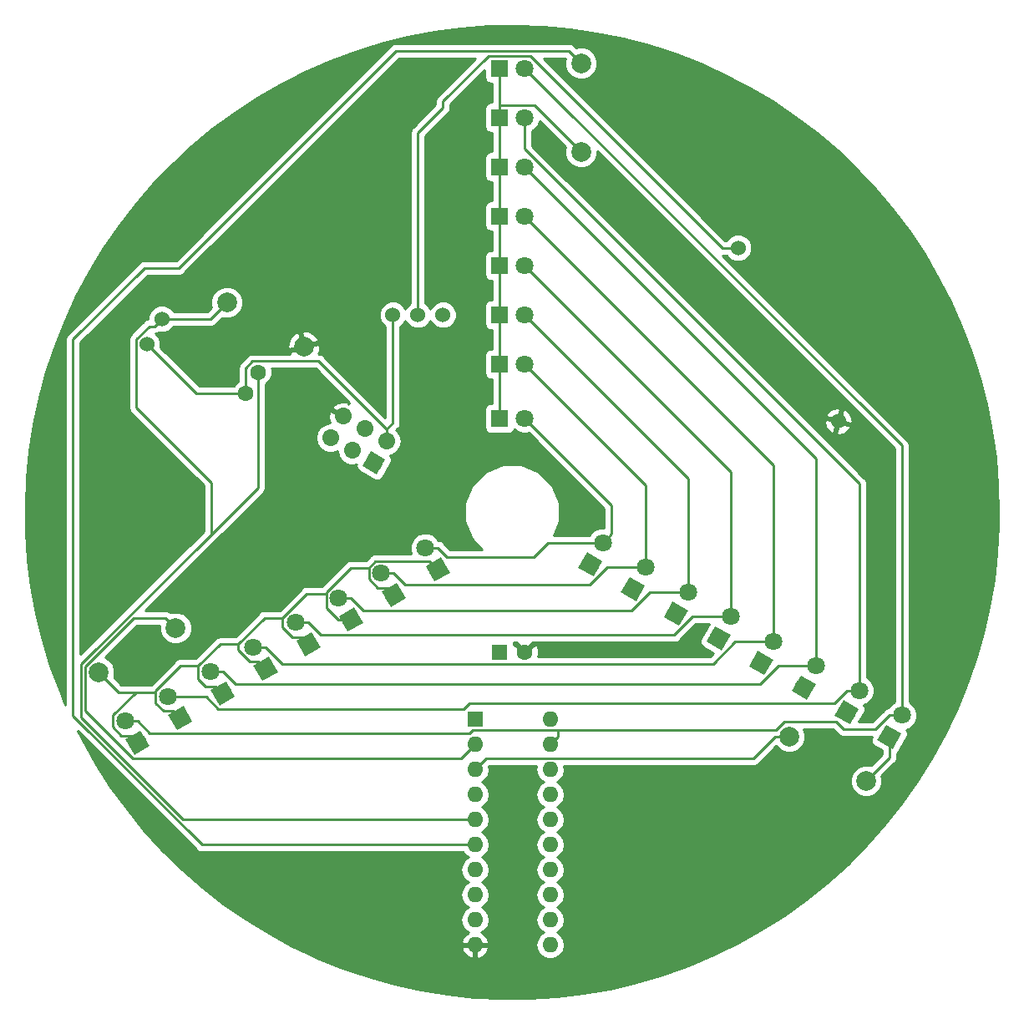
<source format=gtl>
G04 #@! TF.GenerationSoftware,KiCad,Pcbnew,5.0.2-bee76a0~70~ubuntu18.04.1*
G04 #@! TF.CreationDate,2019-02-23T22:01:51+01:00*
G04 #@! TF.ProjectId,led-spindel,6c65642d-7370-4696-9e64-656c2e6b6963,rev?*
G04 #@! TF.SameCoordinates,Original*
G04 #@! TF.FileFunction,Copper,L1,Top*
G04 #@! TF.FilePolarity,Positive*
%FSLAX46Y46*%
G04 Gerber Fmt 4.6, Leading zero omitted, Abs format (unit mm)*
G04 Created by KiCad (PCBNEW 5.0.2-bee76a0~70~ubuntu18.04.1) date Sa 23 Feb 2019 22:01:51 CET*
%MOMM*%
%LPD*%
G01*
G04 APERTURE LIST*
G04 #@! TA.AperFunction,ComponentPad*
%ADD10C,1.524000*%
G04 #@! TD*
G04 #@! TA.AperFunction,ComponentPad*
%ADD11R,1.600000X1.600000*%
G04 #@! TD*
G04 #@! TA.AperFunction,ComponentPad*
%ADD12C,1.600000*%
G04 #@! TD*
G04 #@! TA.AperFunction,ComponentPad*
%ADD13C,1.700000*%
G04 #@! TD*
G04 #@! TA.AperFunction,Conductor*
%ADD14C,0.100000*%
G04 #@! TD*
G04 #@! TA.AperFunction,Conductor*
%ADD15C,1.700000*%
G04 #@! TD*
G04 #@! TA.AperFunction,ComponentPad*
%ADD16C,2.000000*%
G04 #@! TD*
G04 #@! TA.AperFunction,ComponentPad*
%ADD17O,1.600000X1.600000*%
G04 #@! TD*
G04 #@! TA.AperFunction,ComponentPad*
%ADD18C,1.800000*%
G04 #@! TD*
G04 #@! TA.AperFunction,ComponentPad*
%ADD19R,1.800000X1.800000*%
G04 #@! TD*
G04 #@! TA.AperFunction,Conductor*
%ADD20C,0.250000*%
G04 #@! TD*
G04 #@! TA.AperFunction,Conductor*
%ADD21C,0.254000*%
G04 #@! TD*
G04 APERTURE END LIST*
D10*
G04 #@! TO.P,U2,3*
G04 #@! TO.N,VCC*
X67920000Y-120000000D03*
G04 #@! TO.P,U2,2*
G04 #@! TO.N,N/C*
X73000000Y-120000000D03*
G04 #@! TO.P,U2,1*
G04 #@! TO.N,Net-(BT1-Pad1)*
X70460000Y-120000000D03*
G04 #@! TD*
G04 #@! TO.P,BT1,1*
G04 #@! TO.N,Net-(BT1-Pad1)*
X102920000Y-113201182D03*
G04 #@! TO.P,BT1,2*
G04 #@! TO.N,GND*
X113080000Y-130798818D03*
G04 #@! TD*
D11*
G04 #@! TO.P,C1,1*
G04 #@! TO.N,VCC*
X78750000Y-154250000D03*
D12*
G04 #@! TO.P,C1,2*
G04 #@! TO.N,GND*
X81250000Y-154250000D03*
G04 #@! TD*
G04 #@! TO.P,C2,1*
G04 #@! TO.N,VCC*
X53000000Y-128000000D03*
G04 #@! TO.P,C2,2*
G04 #@! TO.N,Net-(C2-Pad2)*
X54250000Y-125834936D03*
G04 #@! TD*
D13*
G04 #@! TO.P,J1,1*
G04 #@! TO.N,Net-(D15-Pad2)*
X66000000Y-135000000D03*
D14*
G04 #@! TD*
G04 #@! TO.N,Net-(D15-Pad2)*
G04 #@! TO.C,J1*
G36*
X66311122Y-136161122D02*
X64838878Y-135311122D01*
X65688878Y-133838878D01*
X67161122Y-134688878D01*
X66311122Y-136161122D01*
X66311122Y-136161122D01*
G37*
D13*
G04 #@! TO.P,J1,2*
G04 #@! TO.N,VCC*
X67270000Y-132800295D03*
D15*
G04 #@! TD*
G04 #@! TO.N,VCC*
G04 #@! TO.C,J1*
X67270000Y-132800295D02*
X67270000Y-132800295D01*
D13*
G04 #@! TO.P,J1,3*
G04 #@! TO.N,Net-(D16-Pad2)*
X63800295Y-133730000D03*
D15*
G04 #@! TD*
G04 #@! TO.N,Net-(D16-Pad2)*
G04 #@! TO.C,J1*
X63800295Y-133730000D02*
X63800295Y-133730000D01*
D13*
G04 #@! TO.P,J1,4*
G04 #@! TO.N,Net-(D14-Pad2)*
X65070295Y-131530295D03*
D15*
G04 #@! TD*
G04 #@! TO.N,Net-(D14-Pad2)*
G04 #@! TO.C,J1*
X65070295Y-131530295D02*
X65070295Y-131530295D01*
D13*
G04 #@! TO.P,J1,5*
G04 #@! TO.N,Net-(J1-Pad5)*
X61600591Y-132460000D03*
D15*
G04 #@! TD*
G04 #@! TO.N,Net-(J1-Pad5)*
G04 #@! TO.C,J1*
X61600591Y-132460000D02*
X61600591Y-132460000D01*
D13*
G04 #@! TO.P,J1,6*
G04 #@! TO.N,GND*
X62870591Y-130260295D03*
D15*
G04 #@! TD*
G04 #@! TO.N,GND*
G04 #@! TO.C,J1*
X62870591Y-130260295D02*
X62870591Y-130260295D01*
D16*
G04 #@! TO.P,R1,1*
G04 #@! TO.N,GND*
X58897114Y-123250000D03*
G04 #@! TO.P,R1,2*
G04 #@! TO.N,Net-(C2-Pad2)*
X51102886Y-118750000D03*
G04 #@! TD*
G04 #@! TO.P,R2,2*
G04 #@! TO.N,Net-(R2-Pad2)*
X45897114Y-151750000D03*
G04 #@! TO.P,R2,1*
G04 #@! TO.N,Net-(D1-Pad1)*
X38102886Y-156250000D03*
G04 #@! TD*
G04 #@! TO.P,R3,1*
G04 #@! TO.N,Net-(D10-Pad1)*
X115897114Y-167250000D03*
G04 #@! TO.P,R3,2*
G04 #@! TO.N,Net-(R3-Pad2)*
X108102886Y-162750000D03*
G04 #@! TD*
G04 #@! TO.P,R4,2*
G04 #@! TO.N,Net-(R4-Pad2)*
X87000000Y-94500000D03*
G04 #@! TO.P,R4,1*
G04 #@! TO.N,Net-(D17-Pad1)*
X87000000Y-103500000D03*
G04 #@! TD*
D10*
G04 #@! TO.P,SW1,1*
G04 #@! TO.N,VCC*
X43000000Y-123000000D03*
G04 #@! TO.P,SW1,2*
G04 #@! TO.N,Net-(C2-Pad2)*
X44500000Y-120401924D03*
G04 #@! TD*
D11*
G04 #@! TO.P,U1,1*
G04 #@! TO.N,Net-(J1-Pad5)*
X76250000Y-161000000D03*
D17*
G04 #@! TO.P,U1,11*
G04 #@! TO.N,N/C*
X83870000Y-183860000D03*
G04 #@! TO.P,U1,2*
G04 #@! TO.N,Net-(R2-Pad2)*
X76250000Y-163540000D03*
G04 #@! TO.P,U1,12*
G04 #@! TO.N,Net-(D1-Pad2)*
X83870000Y-181320000D03*
G04 #@! TO.P,U1,3*
G04 #@! TO.N,Net-(R3-Pad2)*
X76250000Y-166080000D03*
G04 #@! TO.P,U1,13*
G04 #@! TO.N,Net-(D10-Pad2)*
X83870000Y-178780000D03*
G04 #@! TO.P,U1,4*
G04 #@! TO.N,N/C*
X76250000Y-168620000D03*
G04 #@! TO.P,U1,14*
G04 #@! TO.N,Net-(D11-Pad2)*
X83870000Y-176240000D03*
G04 #@! TO.P,U1,5*
G04 #@! TO.N,Net-(C2-Pad2)*
X76250000Y-171160000D03*
G04 #@! TO.P,U1,15*
G04 #@! TO.N,Net-(D12-Pad2)*
X83870000Y-173700000D03*
G04 #@! TO.P,U1,6*
G04 #@! TO.N,Net-(R4-Pad2)*
X76250000Y-173700000D03*
G04 #@! TO.P,U1,16*
G04 #@! TO.N,Net-(D13-Pad2)*
X83870000Y-171160000D03*
G04 #@! TO.P,U1,7*
G04 #@! TO.N,N/C*
X76250000Y-176240000D03*
G04 #@! TO.P,U1,17*
G04 #@! TO.N,Net-(D14-Pad2)*
X83870000Y-168620000D03*
G04 #@! TO.P,U1,8*
G04 #@! TO.N,N/C*
X76250000Y-178780000D03*
G04 #@! TO.P,U1,18*
G04 #@! TO.N,Net-(D15-Pad2)*
X83870000Y-166080000D03*
G04 #@! TO.P,U1,9*
G04 #@! TO.N,N/C*
X76250000Y-181320000D03*
G04 #@! TO.P,U1,19*
G04 #@! TO.N,Net-(D16-Pad2)*
X83870000Y-163540000D03*
G04 #@! TO.P,U1,10*
G04 #@! TO.N,GND*
X76250000Y-183860000D03*
G04 #@! TO.P,U1,20*
G04 #@! TO.N,VCC*
X83870000Y-161000000D03*
G04 #@! TD*
D18*
G04 #@! TO.P,D1,2*
G04 #@! TO.N,Net-(D1-Pad2)*
X71205847Y-143616610D03*
G04 #@! TO.P,D1,1*
G04 #@! TO.N,Net-(D1-Pad1)*
X72475847Y-145816315D03*
D14*
G04 #@! TD*
G04 #@! TO.N,Net-(D1-Pad1)*
G04 #@! TO.C,D1*
G36*
X73705270Y-146145738D02*
X72146424Y-147045738D01*
X71246424Y-145486892D01*
X72805270Y-144586892D01*
X73705270Y-146145738D01*
X73705270Y-146145738D01*
G37*
D18*
G04 #@! TO.P,D2,1*
G04 #@! TO.N,Net-(D1-Pad1)*
X68014545Y-148392048D03*
D14*
G04 #@! TD*
G04 #@! TO.N,Net-(D1-Pad1)*
G04 #@! TO.C,D2*
G36*
X69243968Y-148721471D02*
X67685122Y-149621471D01*
X66785122Y-148062625D01*
X68343968Y-147162625D01*
X69243968Y-148721471D01*
X69243968Y-148721471D01*
G37*
D18*
G04 #@! TO.P,D2,2*
G04 #@! TO.N,Net-(D10-Pad2)*
X66744545Y-146192343D03*
G04 #@! TD*
G04 #@! TO.P,D3,2*
G04 #@! TO.N,Net-(D11-Pad2)*
X62414418Y-148692343D03*
G04 #@! TO.P,D3,1*
G04 #@! TO.N,Net-(D1-Pad1)*
X63684418Y-150892048D03*
D14*
G04 #@! TD*
G04 #@! TO.N,Net-(D1-Pad1)*
G04 #@! TO.C,D3*
G36*
X64913841Y-151221471D02*
X63354995Y-152121471D01*
X62454995Y-150562625D01*
X64013841Y-149662625D01*
X64913841Y-151221471D01*
X64913841Y-151221471D01*
G37*
D18*
G04 #@! TO.P,D4,1*
G04 #@! TO.N,Net-(D1-Pad1)*
X59354291Y-153392048D03*
D14*
G04 #@! TD*
G04 #@! TO.N,Net-(D1-Pad1)*
G04 #@! TO.C,D4*
G36*
X60583714Y-153721471D02*
X59024868Y-154621471D01*
X58124868Y-153062625D01*
X59683714Y-152162625D01*
X60583714Y-153721471D01*
X60583714Y-153721471D01*
G37*
D18*
G04 #@! TO.P,D4,2*
G04 #@! TO.N,Net-(D12-Pad2)*
X58084291Y-151192343D03*
G04 #@! TD*
G04 #@! TO.P,D5,1*
G04 #@! TO.N,Net-(D1-Pad1)*
X55024164Y-155892048D03*
D14*
G04 #@! TD*
G04 #@! TO.N,Net-(D1-Pad1)*
G04 #@! TO.C,D5*
G36*
X56253587Y-156221471D02*
X54694741Y-157121471D01*
X53794741Y-155562625D01*
X55353587Y-154662625D01*
X56253587Y-156221471D01*
X56253587Y-156221471D01*
G37*
D18*
G04 #@! TO.P,D5,2*
G04 #@! TO.N,Net-(D13-Pad2)*
X53754164Y-153692343D03*
G04 #@! TD*
G04 #@! TO.P,D6,2*
G04 #@! TO.N,Net-(D14-Pad2)*
X49424037Y-156192343D03*
G04 #@! TO.P,D6,1*
G04 #@! TO.N,Net-(D1-Pad1)*
X50694037Y-158392048D03*
D14*
G04 #@! TD*
G04 #@! TO.N,Net-(D1-Pad1)*
G04 #@! TO.C,D6*
G36*
X51923460Y-158721471D02*
X50364614Y-159621471D01*
X49464614Y-158062625D01*
X51023460Y-157162625D01*
X51923460Y-158721471D01*
X51923460Y-158721471D01*
G37*
D18*
G04 #@! TO.P,D7,1*
G04 #@! TO.N,Net-(D1-Pad1)*
X46363910Y-160892048D03*
D14*
G04 #@! TD*
G04 #@! TO.N,Net-(D1-Pad1)*
G04 #@! TO.C,D7*
G36*
X47593333Y-161221471D02*
X46034487Y-162121471D01*
X45134487Y-160562625D01*
X46693333Y-159662625D01*
X47593333Y-161221471D01*
X47593333Y-161221471D01*
G37*
D18*
G04 #@! TO.P,D7,2*
G04 #@! TO.N,Net-(D15-Pad2)*
X45093910Y-158692343D03*
G04 #@! TD*
G04 #@! TO.P,D8,2*
G04 #@! TO.N,Net-(D16-Pad2)*
X40763783Y-161192343D03*
G04 #@! TO.P,D8,1*
G04 #@! TO.N,Net-(D1-Pad1)*
X42033783Y-163392048D03*
D14*
G04 #@! TD*
G04 #@! TO.N,Net-(D1-Pad1)*
G04 #@! TO.C,D8*
G36*
X43263206Y-163721471D02*
X41704360Y-164621471D01*
X40804360Y-163062625D01*
X42363206Y-162162625D01*
X43263206Y-163721471D01*
X43263206Y-163721471D01*
G37*
D18*
G04 #@! TO.P,D9,1*
G04 #@! TO.N,Net-(D10-Pad1)*
X87940819Y-145294045D03*
D14*
G04 #@! TD*
G04 #@! TO.N,Net-(D10-Pad1)*
G04 #@! TO.C,D9*
G36*
X88270242Y-146523468D02*
X86711396Y-145623468D01*
X87611396Y-144064622D01*
X89170242Y-144964622D01*
X88270242Y-146523468D01*
X88270242Y-146523468D01*
G37*
D18*
G04 #@! TO.P,D9,2*
G04 #@! TO.N,Net-(D1-Pad2)*
X89210819Y-143094340D03*
G04 #@! TD*
G04 #@! TO.P,D10,2*
G04 #@! TO.N,Net-(D10-Pad2)*
X93540946Y-145594340D03*
G04 #@! TO.P,D10,1*
G04 #@! TO.N,Net-(D10-Pad1)*
X92270946Y-147794045D03*
D14*
G04 #@! TD*
G04 #@! TO.N,Net-(D10-Pad1)*
G04 #@! TO.C,D10*
G36*
X92600369Y-149023468D02*
X91041523Y-148123468D01*
X91941523Y-146564622D01*
X93500369Y-147464622D01*
X92600369Y-149023468D01*
X92600369Y-149023468D01*
G37*
D18*
G04 #@! TO.P,D11,1*
G04 #@! TO.N,Net-(D10-Pad1)*
X96601073Y-150294045D03*
D14*
G04 #@! TD*
G04 #@! TO.N,Net-(D10-Pad1)*
G04 #@! TO.C,D11*
G36*
X96930496Y-151523468D02*
X95371650Y-150623468D01*
X96271650Y-149064622D01*
X97830496Y-149964622D01*
X96930496Y-151523468D01*
X96930496Y-151523468D01*
G37*
D18*
G04 #@! TO.P,D11,2*
G04 #@! TO.N,Net-(D11-Pad2)*
X97871073Y-148094340D03*
G04 #@! TD*
G04 #@! TO.P,D12,2*
G04 #@! TO.N,Net-(D12-Pad2)*
X102201200Y-150594340D03*
G04 #@! TO.P,D12,1*
G04 #@! TO.N,Net-(D10-Pad1)*
X100931200Y-152794045D03*
D14*
G04 #@! TD*
G04 #@! TO.N,Net-(D10-Pad1)*
G04 #@! TO.C,D12*
G36*
X101260623Y-154023468D02*
X99701777Y-153123468D01*
X100601777Y-151564622D01*
X102160623Y-152464622D01*
X101260623Y-154023468D01*
X101260623Y-154023468D01*
G37*
D18*
G04 #@! TO.P,D13,1*
G04 #@! TO.N,Net-(D10-Pad1)*
X105261327Y-155294045D03*
D14*
G04 #@! TD*
G04 #@! TO.N,Net-(D10-Pad1)*
G04 #@! TO.C,D13*
G36*
X105590750Y-156523468D02*
X104031904Y-155623468D01*
X104931904Y-154064622D01*
X106490750Y-154964622D01*
X105590750Y-156523468D01*
X105590750Y-156523468D01*
G37*
D18*
G04 #@! TO.P,D13,2*
G04 #@! TO.N,Net-(D13-Pad2)*
X106531327Y-153094340D03*
G04 #@! TD*
G04 #@! TO.P,D14,2*
G04 #@! TO.N,Net-(D14-Pad2)*
X110861454Y-155594340D03*
G04 #@! TO.P,D14,1*
G04 #@! TO.N,Net-(D10-Pad1)*
X109591454Y-157794045D03*
D14*
G04 #@! TD*
G04 #@! TO.N,Net-(D10-Pad1)*
G04 #@! TO.C,D14*
G36*
X109920877Y-159023468D02*
X108362031Y-158123468D01*
X109262031Y-156564622D01*
X110820877Y-157464622D01*
X109920877Y-159023468D01*
X109920877Y-159023468D01*
G37*
D18*
G04 #@! TO.P,D15,1*
G04 #@! TO.N,Net-(D10-Pad1)*
X113921581Y-160294045D03*
D14*
G04 #@! TD*
G04 #@! TO.N,Net-(D10-Pad1)*
G04 #@! TO.C,D15*
G36*
X114251004Y-161523468D02*
X112692158Y-160623468D01*
X113592158Y-159064622D01*
X115151004Y-159964622D01*
X114251004Y-161523468D01*
X114251004Y-161523468D01*
G37*
D18*
G04 #@! TO.P,D15,2*
G04 #@! TO.N,Net-(D15-Pad2)*
X115191581Y-158094340D03*
G04 #@! TD*
G04 #@! TO.P,D16,2*
G04 #@! TO.N,Net-(D16-Pad2)*
X119521708Y-160594340D03*
G04 #@! TO.P,D16,1*
G04 #@! TO.N,Net-(D10-Pad1)*
X118251708Y-162794045D03*
D14*
G04 #@! TD*
G04 #@! TO.N,Net-(D10-Pad1)*
G04 #@! TO.C,D16*
G36*
X118581131Y-164023468D02*
X117022285Y-163123468D01*
X117922285Y-161564622D01*
X119481131Y-162464622D01*
X118581131Y-164023468D01*
X118581131Y-164023468D01*
G37*
D18*
G04 #@! TO.P,D17,2*
G04 #@! TO.N,Net-(D1-Pad2)*
X81290000Y-130500000D03*
D19*
G04 #@! TO.P,D17,1*
G04 #@! TO.N,Net-(D17-Pad1)*
X78750000Y-130500000D03*
G04 #@! TD*
G04 #@! TO.P,D18,1*
G04 #@! TO.N,Net-(D17-Pad1)*
X78750000Y-125000000D03*
D18*
G04 #@! TO.P,D18,2*
G04 #@! TO.N,Net-(D10-Pad2)*
X81290000Y-125000000D03*
G04 #@! TD*
G04 #@! TO.P,D19,2*
G04 #@! TO.N,Net-(D11-Pad2)*
X81290000Y-120000000D03*
D19*
G04 #@! TO.P,D19,1*
G04 #@! TO.N,Net-(D17-Pad1)*
X78750000Y-120000000D03*
G04 #@! TD*
G04 #@! TO.P,D20,1*
G04 #@! TO.N,Net-(D17-Pad1)*
X78750000Y-115000000D03*
D18*
G04 #@! TO.P,D20,2*
G04 #@! TO.N,Net-(D12-Pad2)*
X81290000Y-115000000D03*
G04 #@! TD*
G04 #@! TO.P,D21,2*
G04 #@! TO.N,Net-(D13-Pad2)*
X81290000Y-110000000D03*
D19*
G04 #@! TO.P,D21,1*
G04 #@! TO.N,Net-(D17-Pad1)*
X78750000Y-110000000D03*
G04 #@! TD*
G04 #@! TO.P,D22,1*
G04 #@! TO.N,Net-(D17-Pad1)*
X78750000Y-105000000D03*
D18*
G04 #@! TO.P,D22,2*
G04 #@! TO.N,Net-(D14-Pad2)*
X81290000Y-105000000D03*
G04 #@! TD*
G04 #@! TO.P,D23,2*
G04 #@! TO.N,Net-(D15-Pad2)*
X81290000Y-100000000D03*
D19*
G04 #@! TO.P,D23,1*
G04 #@! TO.N,Net-(D17-Pad1)*
X78750000Y-100000000D03*
G04 #@! TD*
G04 #@! TO.P,D24,1*
G04 #@! TO.N,Net-(D17-Pad1)*
X78750000Y-95000000D03*
D18*
G04 #@! TO.P,D24,2*
G04 #@! TO.N,Net-(D16-Pad2)*
X81290000Y-95000000D03*
G04 #@! TD*
D20*
G04 #@! TO.N,VCC*
X48000000Y-128000000D02*
X53000000Y-128000000D01*
X43000000Y-123000000D02*
X48000000Y-128000000D01*
X60381721Y-124709935D02*
X67270000Y-131598214D01*
X53709999Y-124709935D02*
X60381721Y-124709935D01*
X53000000Y-125419934D02*
X53709999Y-124709935D01*
X67270000Y-131598214D02*
X67270000Y-132800295D01*
X53000000Y-128000000D02*
X53000000Y-125419934D01*
X67920000Y-130948214D02*
X67270000Y-131598214D01*
X67920000Y-120000000D02*
X67920000Y-130948214D01*
G04 #@! TO.N,Net-(C2-Pad2)*
X49450962Y-120401924D02*
X51102886Y-118750000D01*
X44500000Y-120401924D02*
X49450962Y-120401924D01*
X54250000Y-125834936D02*
X54250000Y-137505474D01*
X36327875Y-155427599D02*
X36327875Y-160827875D01*
X46660000Y-171160000D02*
X76250000Y-171160000D01*
X36327875Y-160827875D02*
X46660000Y-171160000D01*
X44500000Y-120401924D02*
X48816988Y-120401924D01*
X43227315Y-121163923D02*
X41912999Y-122478239D01*
X41912999Y-122478239D02*
X41912999Y-129412999D01*
X44500000Y-120401924D02*
X43738001Y-121163923D01*
X43738001Y-121163923D02*
X43227315Y-121163923D01*
X49500000Y-137000000D02*
X49500000Y-142255474D01*
X54250000Y-137505474D02*
X49500000Y-142255474D01*
X41912999Y-129412999D02*
X49500000Y-137000000D01*
X49500000Y-142255474D02*
X36327875Y-155427599D01*
G04 #@! TO.N,Net-(D1-Pad2)*
X72478639Y-143616610D02*
X71205847Y-143616610D01*
X82172001Y-144525001D02*
X73387030Y-144525001D01*
X83602662Y-143094340D02*
X82172001Y-144525001D01*
X73387030Y-144525001D02*
X72478639Y-143616610D01*
X89210819Y-143094340D02*
X83602662Y-143094340D01*
X82189999Y-131399999D02*
X81290000Y-130500000D01*
X90110818Y-139320818D02*
X82189999Y-131399999D01*
X90110818Y-142194341D02*
X90110818Y-139320818D01*
X89210819Y-143094340D02*
X90110818Y-142194341D01*
G04 #@! TO.N,Net-(D1-Pad1)*
X66156544Y-144967342D02*
X65500000Y-145623886D01*
X72475847Y-145816315D02*
X71626874Y-144967342D01*
X71626874Y-144967342D02*
X66156544Y-144967342D01*
X67284990Y-147662493D02*
X68014545Y-148392048D01*
X66401693Y-147662493D02*
X67284990Y-147662493D01*
X65500000Y-146760800D02*
X66401693Y-147662493D01*
X65500000Y-145623886D02*
X65500000Y-146760800D01*
X65500000Y-145623886D02*
X63669873Y-145623886D01*
X61189417Y-148104342D02*
X61189417Y-148250000D01*
X63669873Y-145623886D02*
X61189417Y-148104342D01*
X62392048Y-150892048D02*
X63684418Y-150892048D01*
X61189417Y-149689417D02*
X62392048Y-150892048D01*
X61189417Y-148250000D02*
X59213632Y-148250000D01*
X59213632Y-148250000D02*
X56750000Y-150713632D01*
X61189417Y-148250000D02*
X61189417Y-149689417D01*
X57741439Y-152662493D02*
X58624736Y-152662493D01*
X58624736Y-152662493D02*
X59354291Y-153392048D01*
X56750000Y-151671054D02*
X57741439Y-152662493D01*
X56750000Y-150713632D02*
X56750000Y-151671054D01*
X54919873Y-150713632D02*
X52250000Y-153383505D01*
X56750000Y-150713632D02*
X54919873Y-150713632D01*
X54294609Y-155162493D02*
X55024164Y-155892048D01*
X53411312Y-155162493D02*
X54294609Y-155162493D01*
X52250000Y-154001181D02*
X53411312Y-155162493D01*
X52250000Y-153383505D02*
X52250000Y-154001181D01*
X52250000Y-153383505D02*
X50419873Y-153383505D01*
X48199036Y-155604342D02*
X48199036Y-156949036D01*
X50419873Y-153383505D02*
X48199036Y-155604342D01*
X48912493Y-157662493D02*
X49964482Y-157662493D01*
X49964482Y-157662493D02*
X50694037Y-158392048D01*
X48199036Y-156949036D02*
X48912493Y-157662493D01*
X48199036Y-155604342D02*
X46368909Y-155604342D01*
X46368909Y-155604342D02*
X43868909Y-158104342D01*
X45634355Y-160162493D02*
X46363910Y-160892048D01*
X44662493Y-160162493D02*
X45634355Y-160162493D01*
X43868909Y-159368909D02*
X44662493Y-160162493D01*
X39538782Y-160604342D02*
X39538782Y-161788782D01*
X43868909Y-158250000D02*
X43868909Y-159368909D01*
X41893124Y-158250000D02*
X39538782Y-160604342D01*
X43868909Y-158250000D02*
X41893124Y-158250000D01*
X43868909Y-158104342D02*
X43868909Y-158250000D01*
X41304228Y-162662493D02*
X42033783Y-163392048D01*
X40412493Y-162662493D02*
X41304228Y-162662493D01*
X39538782Y-161788782D02*
X40412493Y-162662493D01*
X40102886Y-158250000D02*
X38102886Y-156250000D01*
X41893124Y-158250000D02*
X40102886Y-158250000D01*
G04 #@! TO.N,Net-(D10-Pad2)*
X68017337Y-146192343D02*
X66744545Y-146192343D01*
X69195742Y-147370748D02*
X68017337Y-146192343D01*
X87882598Y-147370748D02*
X69195742Y-147370748D01*
X89659006Y-145594340D02*
X87882598Y-147370748D01*
X93540946Y-145594340D02*
X89659006Y-145594340D01*
X93540946Y-137250946D02*
X93540946Y-145594340D01*
X81290000Y-125000000D02*
X93540946Y-137250946D01*
G04 #@! TO.N,Net-(D11-Pad2)*
X63687210Y-148692343D02*
X62414418Y-148692343D01*
X64941348Y-149946481D02*
X63687210Y-148692343D01*
X92136992Y-149946481D02*
X64941348Y-149946481D01*
X93989133Y-148094340D02*
X92136992Y-149946481D01*
X97871073Y-148094340D02*
X93989133Y-148094340D01*
X97871073Y-136581073D02*
X97871073Y-148094340D01*
X81290000Y-120000000D02*
X97871073Y-136581073D01*
G04 #@! TO.N,Net-(D12-Pad2)*
X59357083Y-151192343D02*
X58084291Y-151192343D01*
X60611221Y-152446481D02*
X59357083Y-151192343D01*
X96467119Y-152446481D02*
X60611221Y-152446481D01*
X98319260Y-150594340D02*
X96467119Y-152446481D01*
X102201200Y-150594340D02*
X98319260Y-150594340D01*
X102201200Y-135911200D02*
X102201200Y-150594340D01*
X81290000Y-115000000D02*
X102201200Y-135911200D01*
G04 #@! TO.N,Net-(D13-Pad2)*
X55026956Y-153692343D02*
X53754164Y-153692343D01*
X56709614Y-155375001D02*
X55026956Y-153692343D01*
X100368726Y-155375001D02*
X56709614Y-155375001D01*
X102649387Y-153094340D02*
X100368726Y-155375001D01*
X106531327Y-153094340D02*
X102649387Y-153094340D01*
X106531327Y-135241327D02*
X106531327Y-153094340D01*
X81290000Y-110000000D02*
X106531327Y-135241327D01*
G04 #@! TO.N,Net-(D14-Pad2)*
X50696829Y-156192343D02*
X49424037Y-156192343D01*
X105127373Y-157446481D02*
X51950967Y-157446481D01*
X106979514Y-155594340D02*
X105127373Y-157446481D01*
X51950967Y-157446481D02*
X50696829Y-156192343D01*
X110861454Y-155594340D02*
X106979514Y-155594340D01*
X110861454Y-134571454D02*
X110861454Y-155594340D01*
X81290000Y-105000000D02*
X110861454Y-134571454D01*
G04 #@! TO.N,Net-(D15-Pad2)*
X113918789Y-158094340D02*
X115191581Y-158094340D01*
X112664651Y-159348478D02*
X113918789Y-158094340D01*
X75723002Y-159348478D02*
X112664651Y-159348478D01*
X75124999Y-159946481D02*
X75723002Y-159348478D01*
X50229988Y-159946481D02*
X75124999Y-159946481D01*
X48975850Y-158692343D02*
X50229988Y-159946481D01*
X45093910Y-158692343D02*
X48975850Y-158692343D01*
X81290000Y-103186998D02*
X81290000Y-100000000D01*
X115191581Y-158094340D02*
X115191581Y-137088579D01*
X115191581Y-137088579D02*
X81290000Y-103186998D01*
G04 #@! TO.N,Net-(D16-Pad2)*
X118248916Y-160594340D02*
X119521708Y-160594340D01*
X116843256Y-162000000D02*
X118248916Y-160594340D01*
X113609054Y-162000000D02*
X116843256Y-162000000D01*
X112859054Y-161250000D02*
X113609054Y-162000000D01*
X107641884Y-161250000D02*
X112859054Y-161250000D01*
X106766883Y-162125001D02*
X107641884Y-161250000D01*
X75678517Y-162446481D02*
X75999997Y-162125001D01*
X43290713Y-162446481D02*
X75678517Y-162446481D01*
X42036575Y-161192343D02*
X43290713Y-162446481D01*
X40763783Y-161192343D02*
X42036575Y-161192343D01*
X119521708Y-133231708D02*
X119521708Y-160594340D01*
X81290000Y-95000000D02*
X119521708Y-133231708D01*
X84669999Y-162205002D02*
X84750000Y-162125001D01*
X84669999Y-162740001D02*
X84669999Y-162205002D01*
X83870000Y-163540000D02*
X84669999Y-162740001D01*
X75999997Y-162125001D02*
X84750000Y-162125001D01*
X84750000Y-162125001D02*
X106766883Y-162125001D01*
G04 #@! TO.N,Net-(D10-Pad1)*
X118251708Y-164895406D02*
X115897114Y-167250000D01*
X118251708Y-162794045D02*
X118251708Y-164895406D01*
G04 #@! TO.N,Net-(D17-Pad1)*
X78750000Y-95000000D02*
X78750000Y-100000000D01*
X78750000Y-101150000D02*
X78750000Y-105000000D01*
X78750000Y-100000000D02*
X78750000Y-101150000D01*
X78750000Y-105000000D02*
X78750000Y-110000000D01*
X78750000Y-110000000D02*
X78750000Y-115000000D01*
X78750000Y-120000000D02*
X78750000Y-115000000D01*
X78750000Y-123850000D02*
X78750000Y-120000000D01*
X78750000Y-125000000D02*
X78750000Y-123850000D01*
X78750000Y-130500000D02*
X78750000Y-125000000D01*
X78750000Y-98850000D02*
X78750000Y-100000000D01*
X78825001Y-98774999D02*
X78750000Y-98850000D01*
X82274999Y-98774999D02*
X78825001Y-98774999D01*
X87000000Y-103500000D02*
X82274999Y-98774999D01*
G04 #@! TO.N,Net-(R2-Pad2)*
X74843519Y-164946481D02*
X75450001Y-164339999D01*
X75450001Y-164339999D02*
X76250000Y-163540000D01*
X41569734Y-164946481D02*
X74843519Y-164946481D01*
X36777885Y-160154632D02*
X41569734Y-164946481D01*
X36777885Y-155613999D02*
X36777885Y-160154632D01*
X41641883Y-150750001D02*
X36777885Y-155613999D01*
X44897115Y-150750001D02*
X41641883Y-150750001D01*
X45897114Y-151750000D02*
X44897115Y-150750001D01*
G04 #@! TO.N,Net-(R3-Pad2)*
X77375001Y-164954999D02*
X77049999Y-165280001D01*
X104483674Y-164954999D02*
X77375001Y-164954999D01*
X106688673Y-162750000D02*
X104483674Y-164954999D01*
X77049999Y-165280001D02*
X76250000Y-166080000D01*
X108102886Y-162750000D02*
X106688673Y-162750000D01*
G04 #@! TO.N,Net-(R4-Pad2)*
X48563590Y-173700000D02*
X35500000Y-160636410D01*
X35500000Y-122500000D02*
X42750000Y-115250000D01*
X68250000Y-93250000D02*
X85750000Y-93250000D01*
X76250000Y-173700000D02*
X48563590Y-173700000D01*
X42750000Y-115250000D02*
X46250000Y-115250000D01*
X85750000Y-93250000D02*
X87000000Y-94500000D01*
X35500000Y-160636410D02*
X35500000Y-122500000D01*
X46250000Y-115250000D02*
X68250000Y-93250000D01*
G04 #@! TO.N,Net-(BT1-Pad1)*
X77589999Y-93774999D02*
X73000000Y-98364998D01*
X81878001Y-93774999D02*
X77589999Y-93774999D01*
X101304184Y-113201182D02*
X81878001Y-93774999D01*
X102920000Y-113201182D02*
X101304184Y-113201182D01*
X70460000Y-120000000D02*
X70460000Y-101540000D01*
X73000000Y-99000000D02*
X73000000Y-98364998D01*
X70460000Y-101540000D02*
X73000000Y-99000000D01*
G04 #@! TD*
D21*
G04 #@! TO.N,GND*
G36*
X83095886Y-90792308D02*
X85837906Y-91041852D01*
X88561721Y-91444069D01*
X91258836Y-91997708D01*
X93920841Y-92701040D01*
X96539434Y-93551872D01*
X99106450Y-94547552D01*
X101613882Y-95684974D01*
X104053913Y-96960591D01*
X106418932Y-98370425D01*
X108701564Y-99910080D01*
X110894691Y-101574754D01*
X112991474Y-103359256D01*
X114985374Y-105258022D01*
X116870173Y-107265129D01*
X118639993Y-109374319D01*
X120289316Y-111579014D01*
X121812998Y-113872339D01*
X123206287Y-116247143D01*
X124464838Y-118696019D01*
X125584727Y-121211331D01*
X126562462Y-123785235D01*
X127394993Y-126409705D01*
X128079723Y-129076555D01*
X128614519Y-131777470D01*
X128997711Y-134504026D01*
X129228106Y-137247722D01*
X129304984Y-140000000D01*
X129285761Y-141376676D01*
X129132064Y-144125735D01*
X128825151Y-146861928D01*
X128365978Y-149576722D01*
X127755977Y-152261651D01*
X126997051Y-154908343D01*
X126091565Y-157508543D01*
X125042344Y-160054144D01*
X123852660Y-162537206D01*
X122526223Y-164949987D01*
X121067168Y-167284961D01*
X119480047Y-169534849D01*
X117769809Y-171692633D01*
X115941787Y-173751584D01*
X114001681Y-175705282D01*
X111955541Y-177547634D01*
X109809750Y-179272895D01*
X107570997Y-180875684D01*
X105246265Y-182351004D01*
X102842804Y-183694253D01*
X100368107Y-184901243D01*
X97829894Y-185968210D01*
X95236078Y-186891826D01*
X92594749Y-187669212D01*
X89914144Y-188297942D01*
X87202621Y-188776057D01*
X84468638Y-189102064D01*
X81720719Y-189274949D01*
X78967434Y-189294171D01*
X76217370Y-189159670D01*
X73479101Y-188871866D01*
X70761167Y-188431657D01*
X68072045Y-187840415D01*
X65420119Y-187099984D01*
X62813661Y-186212673D01*
X60260797Y-185181250D01*
X58194746Y-184209039D01*
X74858096Y-184209039D01*
X75018959Y-184597423D01*
X75394866Y-185012389D01*
X75900959Y-185251914D01*
X76123000Y-185130629D01*
X76123000Y-183987000D01*
X76377000Y-183987000D01*
X76377000Y-185130629D01*
X76599041Y-185251914D01*
X77105134Y-185012389D01*
X77481041Y-184597423D01*
X77641904Y-184209039D01*
X77519915Y-183987000D01*
X76377000Y-183987000D01*
X76123000Y-183987000D01*
X74980085Y-183987000D01*
X74858096Y-184209039D01*
X58194746Y-184209039D01*
X57769490Y-184008929D01*
X55347508Y-182699369D01*
X53002404Y-181256651D01*
X50741491Y-179685276D01*
X48571820Y-177990143D01*
X46500157Y-176176539D01*
X44532963Y-174250120D01*
X42676371Y-172216892D01*
X40936172Y-170083198D01*
X39317792Y-167855689D01*
X37826279Y-165541313D01*
X36466283Y-163147288D01*
X36003198Y-162214409D01*
X47973261Y-174184473D01*
X48015661Y-174247929D01*
X48267053Y-174415904D01*
X48488738Y-174460000D01*
X48488742Y-174460000D01*
X48563589Y-174474888D01*
X48638436Y-174460000D01*
X75031957Y-174460000D01*
X75215423Y-174734577D01*
X75567758Y-174970000D01*
X75215423Y-175205423D01*
X74898260Y-175680091D01*
X74786887Y-176240000D01*
X74898260Y-176799909D01*
X75215423Y-177274577D01*
X75567758Y-177510000D01*
X75215423Y-177745423D01*
X74898260Y-178220091D01*
X74786887Y-178780000D01*
X74898260Y-179339909D01*
X75215423Y-179814577D01*
X75567758Y-180050000D01*
X75215423Y-180285423D01*
X74898260Y-180760091D01*
X74786887Y-181320000D01*
X74898260Y-181879909D01*
X75215423Y-182354577D01*
X75599108Y-182610947D01*
X75394866Y-182707611D01*
X75018959Y-183122577D01*
X74858096Y-183510961D01*
X74980085Y-183733000D01*
X76123000Y-183733000D01*
X76123000Y-183713000D01*
X76377000Y-183713000D01*
X76377000Y-183733000D01*
X77519915Y-183733000D01*
X77641904Y-183510961D01*
X77481041Y-183122577D01*
X77105134Y-182707611D01*
X76900892Y-182610947D01*
X77284577Y-182354577D01*
X77601740Y-181879909D01*
X77713113Y-181320000D01*
X77601740Y-180760091D01*
X77284577Y-180285423D01*
X76932242Y-180050000D01*
X77284577Y-179814577D01*
X77601740Y-179339909D01*
X77713113Y-178780000D01*
X77601740Y-178220091D01*
X77284577Y-177745423D01*
X76932242Y-177510000D01*
X77284577Y-177274577D01*
X77601740Y-176799909D01*
X77713113Y-176240000D01*
X77601740Y-175680091D01*
X77284577Y-175205423D01*
X76932242Y-174970000D01*
X77284577Y-174734577D01*
X77601740Y-174259909D01*
X77713113Y-173700000D01*
X77601740Y-173140091D01*
X77284577Y-172665423D01*
X76932242Y-172430000D01*
X77284577Y-172194577D01*
X77601740Y-171719909D01*
X77713113Y-171160000D01*
X77601740Y-170600091D01*
X77284577Y-170125423D01*
X76932242Y-169890000D01*
X77284577Y-169654577D01*
X77601740Y-169179909D01*
X77713113Y-168620000D01*
X77601740Y-168060091D01*
X77284577Y-167585423D01*
X76932242Y-167350000D01*
X77284577Y-167114577D01*
X77601740Y-166639909D01*
X77713113Y-166080000D01*
X77648688Y-165756113D01*
X77689802Y-165714999D01*
X82479490Y-165714999D01*
X82406887Y-166080000D01*
X82518260Y-166639909D01*
X82835423Y-167114577D01*
X83187758Y-167350000D01*
X82835423Y-167585423D01*
X82518260Y-168060091D01*
X82406887Y-168620000D01*
X82518260Y-169179909D01*
X82835423Y-169654577D01*
X83187758Y-169890000D01*
X82835423Y-170125423D01*
X82518260Y-170600091D01*
X82406887Y-171160000D01*
X82518260Y-171719909D01*
X82835423Y-172194577D01*
X83187758Y-172430000D01*
X82835423Y-172665423D01*
X82518260Y-173140091D01*
X82406887Y-173700000D01*
X82518260Y-174259909D01*
X82835423Y-174734577D01*
X83187758Y-174970000D01*
X82835423Y-175205423D01*
X82518260Y-175680091D01*
X82406887Y-176240000D01*
X82518260Y-176799909D01*
X82835423Y-177274577D01*
X83187758Y-177510000D01*
X82835423Y-177745423D01*
X82518260Y-178220091D01*
X82406887Y-178780000D01*
X82518260Y-179339909D01*
X82835423Y-179814577D01*
X83187758Y-180050000D01*
X82835423Y-180285423D01*
X82518260Y-180760091D01*
X82406887Y-181320000D01*
X82518260Y-181879909D01*
X82835423Y-182354577D01*
X83187758Y-182590000D01*
X82835423Y-182825423D01*
X82518260Y-183300091D01*
X82406887Y-183860000D01*
X82518260Y-184419909D01*
X82835423Y-184894577D01*
X83310091Y-185211740D01*
X83728667Y-185295000D01*
X84011333Y-185295000D01*
X84429909Y-185211740D01*
X84904577Y-184894577D01*
X85221740Y-184419909D01*
X85333113Y-183860000D01*
X85221740Y-183300091D01*
X84904577Y-182825423D01*
X84552242Y-182590000D01*
X84904577Y-182354577D01*
X85221740Y-181879909D01*
X85333113Y-181320000D01*
X85221740Y-180760091D01*
X84904577Y-180285423D01*
X84552242Y-180050000D01*
X84904577Y-179814577D01*
X85221740Y-179339909D01*
X85333113Y-178780000D01*
X85221740Y-178220091D01*
X84904577Y-177745423D01*
X84552242Y-177510000D01*
X84904577Y-177274577D01*
X85221740Y-176799909D01*
X85333113Y-176240000D01*
X85221740Y-175680091D01*
X84904577Y-175205423D01*
X84552242Y-174970000D01*
X84904577Y-174734577D01*
X85221740Y-174259909D01*
X85333113Y-173700000D01*
X85221740Y-173140091D01*
X84904577Y-172665423D01*
X84552242Y-172430000D01*
X84904577Y-172194577D01*
X85221740Y-171719909D01*
X85333113Y-171160000D01*
X85221740Y-170600091D01*
X84904577Y-170125423D01*
X84552242Y-169890000D01*
X84904577Y-169654577D01*
X85221740Y-169179909D01*
X85333113Y-168620000D01*
X85221740Y-168060091D01*
X84904577Y-167585423D01*
X84552242Y-167350000D01*
X84904577Y-167114577D01*
X85221740Y-166639909D01*
X85333113Y-166080000D01*
X85260510Y-165714999D01*
X104408827Y-165714999D01*
X104483674Y-165729887D01*
X104558521Y-165714999D01*
X104558526Y-165714999D01*
X104780211Y-165670903D01*
X105031603Y-165502928D01*
X105074005Y-165439469D01*
X106777061Y-163736414D01*
X107176733Y-164136086D01*
X107777664Y-164385000D01*
X108428108Y-164385000D01*
X109029039Y-164136086D01*
X109488972Y-163676153D01*
X109737886Y-163075222D01*
X109737886Y-162424778D01*
X109566079Y-162010000D01*
X112544253Y-162010000D01*
X113018725Y-162484473D01*
X113061125Y-162547929D01*
X113312517Y-162715904D01*
X113534202Y-162760000D01*
X113534206Y-162760000D01*
X113609053Y-162774888D01*
X113683900Y-162760000D01*
X116484534Y-162760000D01*
X116461585Y-162799748D01*
X116380384Y-163038960D01*
X116396906Y-163291038D01*
X116508636Y-163517605D01*
X116698565Y-163684168D01*
X117491709Y-164142090D01*
X117491709Y-164580603D01*
X116388489Y-165683823D01*
X116222336Y-165615000D01*
X115571892Y-165615000D01*
X114970961Y-165863914D01*
X114511028Y-166323847D01*
X114262114Y-166924778D01*
X114262114Y-167575222D01*
X114511028Y-168176153D01*
X114970961Y-168636086D01*
X115571892Y-168885000D01*
X116222336Y-168885000D01*
X116823267Y-168636086D01*
X117283200Y-168176153D01*
X117532114Y-167575222D01*
X117532114Y-166924778D01*
X117463291Y-166758625D01*
X118736181Y-165485735D01*
X118799637Y-165443335D01*
X118908773Y-165280002D01*
X118967612Y-165191944D01*
X118994672Y-165055902D01*
X119011708Y-164970258D01*
X119011708Y-164970254D01*
X119026596Y-164895406D01*
X119011708Y-164820558D01*
X119011708Y-164495565D01*
X119141831Y-164347188D01*
X120041831Y-162788342D01*
X120123032Y-162549130D01*
X120106510Y-162297052D01*
X119994780Y-162070485D01*
X119986550Y-162063268D01*
X120391215Y-161895650D01*
X120823018Y-161463847D01*
X121056708Y-160899670D01*
X121056708Y-160289010D01*
X120823018Y-159724833D01*
X120391215Y-159293030D01*
X120281708Y-159247671D01*
X120281708Y-133306555D01*
X120296596Y-133231708D01*
X120281708Y-133156861D01*
X120281708Y-133156856D01*
X120237612Y-132935171D01*
X120069637Y-132683779D01*
X120006181Y-132641379D01*
X101334784Y-113969983D01*
X101379030Y-113961182D01*
X101722700Y-113961182D01*
X101735680Y-113992519D01*
X102128663Y-114385502D01*
X102642119Y-114598182D01*
X103197881Y-114598182D01*
X103711337Y-114385502D01*
X104104320Y-113992519D01*
X104317000Y-113479063D01*
X104317000Y-112923301D01*
X104104320Y-112409845D01*
X103711337Y-112016862D01*
X103197881Y-111804182D01*
X102642119Y-111804182D01*
X102128663Y-112016862D01*
X101735680Y-112409845D01*
X101722700Y-112441182D01*
X101618987Y-112441182D01*
X83187803Y-94010000D01*
X85433253Y-94010000D01*
X85365000Y-94174778D01*
X85365000Y-94825222D01*
X85613914Y-95426153D01*
X86073847Y-95886086D01*
X86674778Y-96135000D01*
X87325222Y-96135000D01*
X87926153Y-95886086D01*
X88386086Y-95426153D01*
X88635000Y-94825222D01*
X88635000Y-94174778D01*
X88386086Y-93573847D01*
X87926153Y-93113914D01*
X87325222Y-92865000D01*
X86674778Y-92865000D01*
X86508624Y-92933823D01*
X86340331Y-92765530D01*
X86297929Y-92702071D01*
X86046537Y-92534096D01*
X85824852Y-92490000D01*
X85824847Y-92490000D01*
X85750000Y-92475112D01*
X85675153Y-92490000D01*
X68324846Y-92490000D01*
X68249999Y-92475112D01*
X68175152Y-92490000D01*
X68175148Y-92490000D01*
X67953463Y-92534096D01*
X67953461Y-92534097D01*
X67953462Y-92534097D01*
X67765526Y-92659671D01*
X67765524Y-92659673D01*
X67702071Y-92702071D01*
X67659673Y-92765524D01*
X45935199Y-114490000D01*
X42824846Y-114490000D01*
X42749999Y-114475112D01*
X42675152Y-114490000D01*
X42675148Y-114490000D01*
X42453463Y-114534096D01*
X42453461Y-114534097D01*
X42453462Y-114534097D01*
X42265526Y-114659671D01*
X42265524Y-114659673D01*
X42202071Y-114702071D01*
X42159673Y-114765524D01*
X35015528Y-121909671D01*
X34952072Y-121952071D01*
X34909672Y-122015527D01*
X34909671Y-122015528D01*
X34784097Y-122203463D01*
X34725112Y-122500000D01*
X34740001Y-122574852D01*
X34740000Y-159509717D01*
X34157385Y-158150375D01*
X33215683Y-155563071D01*
X32419877Y-152927233D01*
X31772448Y-150251083D01*
X31275415Y-147542964D01*
X30930329Y-144811323D01*
X30738265Y-142064678D01*
X30699822Y-139311595D01*
X30815120Y-136560658D01*
X31083801Y-133820447D01*
X31505024Y-131099506D01*
X32077478Y-128406322D01*
X32799377Y-125749292D01*
X33668470Y-123136702D01*
X34682047Y-120576700D01*
X35836946Y-118077270D01*
X37129566Y-115646204D01*
X38555877Y-113291085D01*
X40111430Y-111019258D01*
X41791374Y-108837805D01*
X43590471Y-106753532D01*
X45503110Y-104772936D01*
X47523327Y-102902195D01*
X49644821Y-101147142D01*
X51860977Y-99513251D01*
X54164883Y-98005617D01*
X56549356Y-96628941D01*
X59006959Y-95387517D01*
X61530028Y-94285215D01*
X64110695Y-93325473D01*
X66740913Y-92511285D01*
X69412478Y-91845189D01*
X72117061Y-91329262D01*
X74846226Y-90965114D01*
X77591463Y-90753879D01*
X80344211Y-90696218D01*
X83095886Y-90792308D01*
X83095886Y-90792308D01*
G37*
X83095886Y-90792308D02*
X85837906Y-91041852D01*
X88561721Y-91444069D01*
X91258836Y-91997708D01*
X93920841Y-92701040D01*
X96539434Y-93551872D01*
X99106450Y-94547552D01*
X101613882Y-95684974D01*
X104053913Y-96960591D01*
X106418932Y-98370425D01*
X108701564Y-99910080D01*
X110894691Y-101574754D01*
X112991474Y-103359256D01*
X114985374Y-105258022D01*
X116870173Y-107265129D01*
X118639993Y-109374319D01*
X120289316Y-111579014D01*
X121812998Y-113872339D01*
X123206287Y-116247143D01*
X124464838Y-118696019D01*
X125584727Y-121211331D01*
X126562462Y-123785235D01*
X127394993Y-126409705D01*
X128079723Y-129076555D01*
X128614519Y-131777470D01*
X128997711Y-134504026D01*
X129228106Y-137247722D01*
X129304984Y-140000000D01*
X129285761Y-141376676D01*
X129132064Y-144125735D01*
X128825151Y-146861928D01*
X128365978Y-149576722D01*
X127755977Y-152261651D01*
X126997051Y-154908343D01*
X126091565Y-157508543D01*
X125042344Y-160054144D01*
X123852660Y-162537206D01*
X122526223Y-164949987D01*
X121067168Y-167284961D01*
X119480047Y-169534849D01*
X117769809Y-171692633D01*
X115941787Y-173751584D01*
X114001681Y-175705282D01*
X111955541Y-177547634D01*
X109809750Y-179272895D01*
X107570997Y-180875684D01*
X105246265Y-182351004D01*
X102842804Y-183694253D01*
X100368107Y-184901243D01*
X97829894Y-185968210D01*
X95236078Y-186891826D01*
X92594749Y-187669212D01*
X89914144Y-188297942D01*
X87202621Y-188776057D01*
X84468638Y-189102064D01*
X81720719Y-189274949D01*
X78967434Y-189294171D01*
X76217370Y-189159670D01*
X73479101Y-188871866D01*
X70761167Y-188431657D01*
X68072045Y-187840415D01*
X65420119Y-187099984D01*
X62813661Y-186212673D01*
X60260797Y-185181250D01*
X58194746Y-184209039D01*
X74858096Y-184209039D01*
X75018959Y-184597423D01*
X75394866Y-185012389D01*
X75900959Y-185251914D01*
X76123000Y-185130629D01*
X76123000Y-183987000D01*
X76377000Y-183987000D01*
X76377000Y-185130629D01*
X76599041Y-185251914D01*
X77105134Y-185012389D01*
X77481041Y-184597423D01*
X77641904Y-184209039D01*
X77519915Y-183987000D01*
X76377000Y-183987000D01*
X76123000Y-183987000D01*
X74980085Y-183987000D01*
X74858096Y-184209039D01*
X58194746Y-184209039D01*
X57769490Y-184008929D01*
X55347508Y-182699369D01*
X53002404Y-181256651D01*
X50741491Y-179685276D01*
X48571820Y-177990143D01*
X46500157Y-176176539D01*
X44532963Y-174250120D01*
X42676371Y-172216892D01*
X40936172Y-170083198D01*
X39317792Y-167855689D01*
X37826279Y-165541313D01*
X36466283Y-163147288D01*
X36003198Y-162214409D01*
X47973261Y-174184473D01*
X48015661Y-174247929D01*
X48267053Y-174415904D01*
X48488738Y-174460000D01*
X48488742Y-174460000D01*
X48563589Y-174474888D01*
X48638436Y-174460000D01*
X75031957Y-174460000D01*
X75215423Y-174734577D01*
X75567758Y-174970000D01*
X75215423Y-175205423D01*
X74898260Y-175680091D01*
X74786887Y-176240000D01*
X74898260Y-176799909D01*
X75215423Y-177274577D01*
X75567758Y-177510000D01*
X75215423Y-177745423D01*
X74898260Y-178220091D01*
X74786887Y-178780000D01*
X74898260Y-179339909D01*
X75215423Y-179814577D01*
X75567758Y-180050000D01*
X75215423Y-180285423D01*
X74898260Y-180760091D01*
X74786887Y-181320000D01*
X74898260Y-181879909D01*
X75215423Y-182354577D01*
X75599108Y-182610947D01*
X75394866Y-182707611D01*
X75018959Y-183122577D01*
X74858096Y-183510961D01*
X74980085Y-183733000D01*
X76123000Y-183733000D01*
X76123000Y-183713000D01*
X76377000Y-183713000D01*
X76377000Y-183733000D01*
X77519915Y-183733000D01*
X77641904Y-183510961D01*
X77481041Y-183122577D01*
X77105134Y-182707611D01*
X76900892Y-182610947D01*
X77284577Y-182354577D01*
X77601740Y-181879909D01*
X77713113Y-181320000D01*
X77601740Y-180760091D01*
X77284577Y-180285423D01*
X76932242Y-180050000D01*
X77284577Y-179814577D01*
X77601740Y-179339909D01*
X77713113Y-178780000D01*
X77601740Y-178220091D01*
X77284577Y-177745423D01*
X76932242Y-177510000D01*
X77284577Y-177274577D01*
X77601740Y-176799909D01*
X77713113Y-176240000D01*
X77601740Y-175680091D01*
X77284577Y-175205423D01*
X76932242Y-174970000D01*
X77284577Y-174734577D01*
X77601740Y-174259909D01*
X77713113Y-173700000D01*
X77601740Y-173140091D01*
X77284577Y-172665423D01*
X76932242Y-172430000D01*
X77284577Y-172194577D01*
X77601740Y-171719909D01*
X77713113Y-171160000D01*
X77601740Y-170600091D01*
X77284577Y-170125423D01*
X76932242Y-169890000D01*
X77284577Y-169654577D01*
X77601740Y-169179909D01*
X77713113Y-168620000D01*
X77601740Y-168060091D01*
X77284577Y-167585423D01*
X76932242Y-167350000D01*
X77284577Y-167114577D01*
X77601740Y-166639909D01*
X77713113Y-166080000D01*
X77648688Y-165756113D01*
X77689802Y-165714999D01*
X82479490Y-165714999D01*
X82406887Y-166080000D01*
X82518260Y-166639909D01*
X82835423Y-167114577D01*
X83187758Y-167350000D01*
X82835423Y-167585423D01*
X82518260Y-168060091D01*
X82406887Y-168620000D01*
X82518260Y-169179909D01*
X82835423Y-169654577D01*
X83187758Y-169890000D01*
X82835423Y-170125423D01*
X82518260Y-170600091D01*
X82406887Y-171160000D01*
X82518260Y-171719909D01*
X82835423Y-172194577D01*
X83187758Y-172430000D01*
X82835423Y-172665423D01*
X82518260Y-173140091D01*
X82406887Y-173700000D01*
X82518260Y-174259909D01*
X82835423Y-174734577D01*
X83187758Y-174970000D01*
X82835423Y-175205423D01*
X82518260Y-175680091D01*
X82406887Y-176240000D01*
X82518260Y-176799909D01*
X82835423Y-177274577D01*
X83187758Y-177510000D01*
X82835423Y-177745423D01*
X82518260Y-178220091D01*
X82406887Y-178780000D01*
X82518260Y-179339909D01*
X82835423Y-179814577D01*
X83187758Y-180050000D01*
X82835423Y-180285423D01*
X82518260Y-180760091D01*
X82406887Y-181320000D01*
X82518260Y-181879909D01*
X82835423Y-182354577D01*
X83187758Y-182590000D01*
X82835423Y-182825423D01*
X82518260Y-183300091D01*
X82406887Y-183860000D01*
X82518260Y-184419909D01*
X82835423Y-184894577D01*
X83310091Y-185211740D01*
X83728667Y-185295000D01*
X84011333Y-185295000D01*
X84429909Y-185211740D01*
X84904577Y-184894577D01*
X85221740Y-184419909D01*
X85333113Y-183860000D01*
X85221740Y-183300091D01*
X84904577Y-182825423D01*
X84552242Y-182590000D01*
X84904577Y-182354577D01*
X85221740Y-181879909D01*
X85333113Y-181320000D01*
X85221740Y-180760091D01*
X84904577Y-180285423D01*
X84552242Y-180050000D01*
X84904577Y-179814577D01*
X85221740Y-179339909D01*
X85333113Y-178780000D01*
X85221740Y-178220091D01*
X84904577Y-177745423D01*
X84552242Y-177510000D01*
X84904577Y-177274577D01*
X85221740Y-176799909D01*
X85333113Y-176240000D01*
X85221740Y-175680091D01*
X84904577Y-175205423D01*
X84552242Y-174970000D01*
X84904577Y-174734577D01*
X85221740Y-174259909D01*
X85333113Y-173700000D01*
X85221740Y-173140091D01*
X84904577Y-172665423D01*
X84552242Y-172430000D01*
X84904577Y-172194577D01*
X85221740Y-171719909D01*
X85333113Y-171160000D01*
X85221740Y-170600091D01*
X84904577Y-170125423D01*
X84552242Y-169890000D01*
X84904577Y-169654577D01*
X85221740Y-169179909D01*
X85333113Y-168620000D01*
X85221740Y-168060091D01*
X84904577Y-167585423D01*
X84552242Y-167350000D01*
X84904577Y-167114577D01*
X85221740Y-166639909D01*
X85333113Y-166080000D01*
X85260510Y-165714999D01*
X104408827Y-165714999D01*
X104483674Y-165729887D01*
X104558521Y-165714999D01*
X104558526Y-165714999D01*
X104780211Y-165670903D01*
X105031603Y-165502928D01*
X105074005Y-165439469D01*
X106777061Y-163736414D01*
X107176733Y-164136086D01*
X107777664Y-164385000D01*
X108428108Y-164385000D01*
X109029039Y-164136086D01*
X109488972Y-163676153D01*
X109737886Y-163075222D01*
X109737886Y-162424778D01*
X109566079Y-162010000D01*
X112544253Y-162010000D01*
X113018725Y-162484473D01*
X113061125Y-162547929D01*
X113312517Y-162715904D01*
X113534202Y-162760000D01*
X113534206Y-162760000D01*
X113609053Y-162774888D01*
X113683900Y-162760000D01*
X116484534Y-162760000D01*
X116461585Y-162799748D01*
X116380384Y-163038960D01*
X116396906Y-163291038D01*
X116508636Y-163517605D01*
X116698565Y-163684168D01*
X117491709Y-164142090D01*
X117491709Y-164580603D01*
X116388489Y-165683823D01*
X116222336Y-165615000D01*
X115571892Y-165615000D01*
X114970961Y-165863914D01*
X114511028Y-166323847D01*
X114262114Y-166924778D01*
X114262114Y-167575222D01*
X114511028Y-168176153D01*
X114970961Y-168636086D01*
X115571892Y-168885000D01*
X116222336Y-168885000D01*
X116823267Y-168636086D01*
X117283200Y-168176153D01*
X117532114Y-167575222D01*
X117532114Y-166924778D01*
X117463291Y-166758625D01*
X118736181Y-165485735D01*
X118799637Y-165443335D01*
X118908773Y-165280002D01*
X118967612Y-165191944D01*
X118994672Y-165055902D01*
X119011708Y-164970258D01*
X119011708Y-164970254D01*
X119026596Y-164895406D01*
X119011708Y-164820558D01*
X119011708Y-164495565D01*
X119141831Y-164347188D01*
X120041831Y-162788342D01*
X120123032Y-162549130D01*
X120106510Y-162297052D01*
X119994780Y-162070485D01*
X119986550Y-162063268D01*
X120391215Y-161895650D01*
X120823018Y-161463847D01*
X121056708Y-160899670D01*
X121056708Y-160289010D01*
X120823018Y-159724833D01*
X120391215Y-159293030D01*
X120281708Y-159247671D01*
X120281708Y-133306555D01*
X120296596Y-133231708D01*
X120281708Y-133156861D01*
X120281708Y-133156856D01*
X120237612Y-132935171D01*
X120069637Y-132683779D01*
X120006181Y-132641379D01*
X101334784Y-113969983D01*
X101379030Y-113961182D01*
X101722700Y-113961182D01*
X101735680Y-113992519D01*
X102128663Y-114385502D01*
X102642119Y-114598182D01*
X103197881Y-114598182D01*
X103711337Y-114385502D01*
X104104320Y-113992519D01*
X104317000Y-113479063D01*
X104317000Y-112923301D01*
X104104320Y-112409845D01*
X103711337Y-112016862D01*
X103197881Y-111804182D01*
X102642119Y-111804182D01*
X102128663Y-112016862D01*
X101735680Y-112409845D01*
X101722700Y-112441182D01*
X101618987Y-112441182D01*
X83187803Y-94010000D01*
X85433253Y-94010000D01*
X85365000Y-94174778D01*
X85365000Y-94825222D01*
X85613914Y-95426153D01*
X86073847Y-95886086D01*
X86674778Y-96135000D01*
X87325222Y-96135000D01*
X87926153Y-95886086D01*
X88386086Y-95426153D01*
X88635000Y-94825222D01*
X88635000Y-94174778D01*
X88386086Y-93573847D01*
X87926153Y-93113914D01*
X87325222Y-92865000D01*
X86674778Y-92865000D01*
X86508624Y-92933823D01*
X86340331Y-92765530D01*
X86297929Y-92702071D01*
X86046537Y-92534096D01*
X85824852Y-92490000D01*
X85824847Y-92490000D01*
X85750000Y-92475112D01*
X85675153Y-92490000D01*
X68324846Y-92490000D01*
X68249999Y-92475112D01*
X68175152Y-92490000D01*
X68175148Y-92490000D01*
X67953463Y-92534096D01*
X67953461Y-92534097D01*
X67953462Y-92534097D01*
X67765526Y-92659671D01*
X67765524Y-92659673D01*
X67702071Y-92702071D01*
X67659673Y-92765524D01*
X45935199Y-114490000D01*
X42824846Y-114490000D01*
X42749999Y-114475112D01*
X42675152Y-114490000D01*
X42675148Y-114490000D01*
X42453463Y-114534096D01*
X42453461Y-114534097D01*
X42453462Y-114534097D01*
X42265526Y-114659671D01*
X42265524Y-114659673D01*
X42202071Y-114702071D01*
X42159673Y-114765524D01*
X35015528Y-121909671D01*
X34952072Y-121952071D01*
X34909672Y-122015527D01*
X34909671Y-122015528D01*
X34784097Y-122203463D01*
X34725112Y-122500000D01*
X34740001Y-122574852D01*
X34740000Y-159509717D01*
X34157385Y-158150375D01*
X33215683Y-155563071D01*
X32419877Y-152927233D01*
X31772448Y-150251083D01*
X31275415Y-147542964D01*
X30930329Y-144811323D01*
X30738265Y-142064678D01*
X30699822Y-139311595D01*
X30815120Y-136560658D01*
X31083801Y-133820447D01*
X31505024Y-131099506D01*
X32077478Y-128406322D01*
X32799377Y-125749292D01*
X33668470Y-123136702D01*
X34682047Y-120576700D01*
X35836946Y-118077270D01*
X37129566Y-115646204D01*
X38555877Y-113291085D01*
X40111430Y-111019258D01*
X41791374Y-108837805D01*
X43590471Y-106753532D01*
X45503110Y-104772936D01*
X47523327Y-102902195D01*
X49644821Y-101147142D01*
X51860977Y-99513251D01*
X54164883Y-98005617D01*
X56549356Y-96628941D01*
X59006959Y-95387517D01*
X61530028Y-94285215D01*
X64110695Y-93325473D01*
X66740913Y-92511285D01*
X69412478Y-91845189D01*
X72117061Y-91329262D01*
X74846226Y-90965114D01*
X77591463Y-90753879D01*
X80344211Y-90696218D01*
X83095886Y-90792308D01*
G36*
X85433823Y-103008625D02*
X85365000Y-103174778D01*
X85365000Y-103825222D01*
X85613914Y-104426153D01*
X86073847Y-104886086D01*
X86674778Y-105135000D01*
X87325222Y-105135000D01*
X87926153Y-104886086D01*
X88386086Y-104426153D01*
X88635000Y-103825222D01*
X88635000Y-103419801D01*
X118761708Y-133546510D01*
X118761709Y-159247670D01*
X118652201Y-159293030D01*
X118220398Y-159724833D01*
X118175126Y-159834130D01*
X118174068Y-159834340D01*
X118174064Y-159834340D01*
X117952379Y-159878436D01*
X117925484Y-159896407D01*
X117764442Y-160004011D01*
X117764440Y-160004013D01*
X117700987Y-160046411D01*
X117658589Y-160109864D01*
X116528455Y-161240000D01*
X115162264Y-161240000D01*
X115711704Y-160288342D01*
X115792905Y-160049130D01*
X115776383Y-159797052D01*
X115664653Y-159570485D01*
X115656423Y-159563268D01*
X116061088Y-159395650D01*
X116492891Y-158963847D01*
X116726581Y-158399670D01*
X116726581Y-157789010D01*
X116492891Y-157224833D01*
X116061088Y-156793030D01*
X115951581Y-156747671D01*
X115951581Y-137163427D01*
X115966469Y-137088579D01*
X115951581Y-137013731D01*
X115951581Y-137013727D01*
X115907485Y-136792042D01*
X115739510Y-136540650D01*
X115676054Y-136498250D01*
X111225816Y-132048012D01*
X112876760Y-132048012D01*
X113058010Y-132223017D01*
X113604701Y-132123022D01*
X114071511Y-131821428D01*
X114324388Y-131491873D01*
X114263454Y-131247404D01*
X113169803Y-130954361D01*
X112876760Y-132048012D01*
X111225816Y-132048012D01*
X109954632Y-130776828D01*
X111655801Y-130776828D01*
X111755796Y-131323519D01*
X112057390Y-131790329D01*
X112386945Y-132043206D01*
X112631414Y-131982272D01*
X112924457Y-130888621D01*
X112254159Y-130709015D01*
X113235543Y-130709015D01*
X114329194Y-131002058D01*
X114504199Y-130820808D01*
X114404204Y-130274117D01*
X114102610Y-129807307D01*
X113773055Y-129554430D01*
X113528586Y-129615364D01*
X113235543Y-130709015D01*
X112254159Y-130709015D01*
X111830806Y-130595578D01*
X111655801Y-130776828D01*
X109954632Y-130776828D01*
X109283567Y-130105763D01*
X111835612Y-130105763D01*
X111896546Y-130350232D01*
X112990197Y-130643275D01*
X113283240Y-129549624D01*
X113101990Y-129374619D01*
X112555299Y-129474614D01*
X112088489Y-129776208D01*
X111835612Y-130105763D01*
X109283567Y-130105763D01*
X82050000Y-102872197D01*
X82050000Y-101346669D01*
X82159507Y-101301310D01*
X82591310Y-100869507D01*
X82797330Y-100372131D01*
X85433823Y-103008625D01*
X85433823Y-103008625D01*
G37*
X85433823Y-103008625D02*
X85365000Y-103174778D01*
X85365000Y-103825222D01*
X85613914Y-104426153D01*
X86073847Y-104886086D01*
X86674778Y-105135000D01*
X87325222Y-105135000D01*
X87926153Y-104886086D01*
X88386086Y-104426153D01*
X88635000Y-103825222D01*
X88635000Y-103419801D01*
X118761708Y-133546510D01*
X118761709Y-159247670D01*
X118652201Y-159293030D01*
X118220398Y-159724833D01*
X118175126Y-159834130D01*
X118174068Y-159834340D01*
X118174064Y-159834340D01*
X117952379Y-159878436D01*
X117925484Y-159896407D01*
X117764442Y-160004011D01*
X117764440Y-160004013D01*
X117700987Y-160046411D01*
X117658589Y-160109864D01*
X116528455Y-161240000D01*
X115162264Y-161240000D01*
X115711704Y-160288342D01*
X115792905Y-160049130D01*
X115776383Y-159797052D01*
X115664653Y-159570485D01*
X115656423Y-159563268D01*
X116061088Y-159395650D01*
X116492891Y-158963847D01*
X116726581Y-158399670D01*
X116726581Y-157789010D01*
X116492891Y-157224833D01*
X116061088Y-156793030D01*
X115951581Y-156747671D01*
X115951581Y-137163427D01*
X115966469Y-137088579D01*
X115951581Y-137013731D01*
X115951581Y-137013727D01*
X115907485Y-136792042D01*
X115739510Y-136540650D01*
X115676054Y-136498250D01*
X111225816Y-132048012D01*
X112876760Y-132048012D01*
X113058010Y-132223017D01*
X113604701Y-132123022D01*
X114071511Y-131821428D01*
X114324388Y-131491873D01*
X114263454Y-131247404D01*
X113169803Y-130954361D01*
X112876760Y-132048012D01*
X111225816Y-132048012D01*
X109954632Y-130776828D01*
X111655801Y-130776828D01*
X111755796Y-131323519D01*
X112057390Y-131790329D01*
X112386945Y-132043206D01*
X112631414Y-131982272D01*
X112924457Y-130888621D01*
X112254159Y-130709015D01*
X113235543Y-130709015D01*
X114329194Y-131002058D01*
X114504199Y-130820808D01*
X114404204Y-130274117D01*
X114102610Y-129807307D01*
X113773055Y-129554430D01*
X113528586Y-129615364D01*
X113235543Y-130709015D01*
X112254159Y-130709015D01*
X111830806Y-130595578D01*
X111655801Y-130776828D01*
X109954632Y-130776828D01*
X109283567Y-130105763D01*
X111835612Y-130105763D01*
X111896546Y-130350232D01*
X112990197Y-130643275D01*
X113283240Y-129549624D01*
X113101990Y-129374619D01*
X112555299Y-129474614D01*
X112088489Y-129776208D01*
X111835612Y-130105763D01*
X109283567Y-130105763D01*
X82050000Y-102872197D01*
X82050000Y-101346669D01*
X82159507Y-101301310D01*
X82591310Y-100869507D01*
X82797330Y-100372131D01*
X85433823Y-103008625D01*
G36*
X77202560Y-95900000D02*
X77251843Y-96147765D01*
X77392191Y-96357809D01*
X77602235Y-96498157D01*
X77850000Y-96547440D01*
X77990000Y-96547440D01*
X77990001Y-98452560D01*
X77850000Y-98452560D01*
X77602235Y-98501843D01*
X77392191Y-98642191D01*
X77251843Y-98852235D01*
X77202560Y-99100000D01*
X77202560Y-100900000D01*
X77251843Y-101147765D01*
X77392191Y-101357809D01*
X77602235Y-101498157D01*
X77850000Y-101547440D01*
X77990000Y-101547440D01*
X77990001Y-103452560D01*
X77850000Y-103452560D01*
X77602235Y-103501843D01*
X77392191Y-103642191D01*
X77251843Y-103852235D01*
X77202560Y-104100000D01*
X77202560Y-105900000D01*
X77251843Y-106147765D01*
X77392191Y-106357809D01*
X77602235Y-106498157D01*
X77850000Y-106547440D01*
X77990000Y-106547440D01*
X77990001Y-108452560D01*
X77850000Y-108452560D01*
X77602235Y-108501843D01*
X77392191Y-108642191D01*
X77251843Y-108852235D01*
X77202560Y-109100000D01*
X77202560Y-110900000D01*
X77251843Y-111147765D01*
X77392191Y-111357809D01*
X77602235Y-111498157D01*
X77850000Y-111547440D01*
X77990000Y-111547440D01*
X77990001Y-113452560D01*
X77850000Y-113452560D01*
X77602235Y-113501843D01*
X77392191Y-113642191D01*
X77251843Y-113852235D01*
X77202560Y-114100000D01*
X77202560Y-115900000D01*
X77251843Y-116147765D01*
X77392191Y-116357809D01*
X77602235Y-116498157D01*
X77850000Y-116547440D01*
X77990001Y-116547440D01*
X77990000Y-118452560D01*
X77850000Y-118452560D01*
X77602235Y-118501843D01*
X77392191Y-118642191D01*
X77251843Y-118852235D01*
X77202560Y-119100000D01*
X77202560Y-120900000D01*
X77251843Y-121147765D01*
X77392191Y-121357809D01*
X77602235Y-121498157D01*
X77850000Y-121547440D01*
X77990001Y-121547440D01*
X77990000Y-123452560D01*
X77850000Y-123452560D01*
X77602235Y-123501843D01*
X77392191Y-123642191D01*
X77251843Y-123852235D01*
X77202560Y-124100000D01*
X77202560Y-125900000D01*
X77251843Y-126147765D01*
X77392191Y-126357809D01*
X77602235Y-126498157D01*
X77850000Y-126547440D01*
X77990001Y-126547440D01*
X77990000Y-128952560D01*
X77850000Y-128952560D01*
X77602235Y-129001843D01*
X77392191Y-129142191D01*
X77251843Y-129352235D01*
X77202560Y-129600000D01*
X77202560Y-131400000D01*
X77251843Y-131647765D01*
X77392191Y-131857809D01*
X77602235Y-131998157D01*
X77850000Y-132047440D01*
X79650000Y-132047440D01*
X79897765Y-131998157D01*
X80107809Y-131857809D01*
X80248157Y-131647765D01*
X80251275Y-131632092D01*
X80420493Y-131801310D01*
X80984670Y-132035000D01*
X81595330Y-132035000D01*
X81704838Y-131989640D01*
X81705526Y-131990328D01*
X81705529Y-131990330D01*
X89350819Y-139635621D01*
X89350818Y-141559340D01*
X88905489Y-141559340D01*
X88341312Y-141793030D01*
X87909509Y-142224833D01*
X87864150Y-142334340D01*
X84266451Y-142334340D01*
X84835000Y-140961741D01*
X84835000Y-139038259D01*
X84098915Y-137261193D01*
X82738807Y-135901085D01*
X80961741Y-135165000D01*
X79038259Y-135165000D01*
X77261193Y-135901085D01*
X75901085Y-137261193D01*
X75165000Y-139038259D01*
X75165000Y-140961741D01*
X75901085Y-142738807D01*
X76927279Y-143765001D01*
X73701832Y-143765001D01*
X73068970Y-143132140D01*
X73026568Y-143068681D01*
X72775176Y-142900706D01*
X72553491Y-142856610D01*
X72553486Y-142856610D01*
X72552429Y-142856400D01*
X72507157Y-142747103D01*
X72075354Y-142315300D01*
X71511177Y-142081610D01*
X70900517Y-142081610D01*
X70336340Y-142315300D01*
X69904537Y-142747103D01*
X69670847Y-143311280D01*
X69670847Y-143921940D01*
X69789064Y-144207342D01*
X66231390Y-144207342D01*
X66156543Y-144192454D01*
X66081696Y-144207342D01*
X66081692Y-144207342D01*
X65860007Y-144251438D01*
X65860005Y-144251439D01*
X65860006Y-144251439D01*
X65672070Y-144377013D01*
X65672068Y-144377015D01*
X65608615Y-144419413D01*
X65566216Y-144482867D01*
X65185198Y-144863886D01*
X63744721Y-144863886D01*
X63669873Y-144848998D01*
X63595025Y-144863886D01*
X63595021Y-144863886D01*
X63373336Y-144907982D01*
X63121944Y-145075957D01*
X63079544Y-145139413D01*
X60728958Y-147490000D01*
X59288480Y-147490000D01*
X59213632Y-147475112D01*
X59138784Y-147490000D01*
X59138780Y-147490000D01*
X58965237Y-147524520D01*
X58917094Y-147534096D01*
X58788725Y-147619870D01*
X58665703Y-147702071D01*
X58623303Y-147765527D01*
X56435199Y-149953632D01*
X54994721Y-149953632D01*
X54919873Y-149938744D01*
X54845025Y-149953632D01*
X54845021Y-149953632D01*
X54623336Y-149997728D01*
X54371944Y-150165703D01*
X54329544Y-150229159D01*
X51935199Y-152623505D01*
X50494721Y-152623505D01*
X50419873Y-152608617D01*
X50345025Y-152623505D01*
X50345021Y-152623505D01*
X50171478Y-152658025D01*
X50123335Y-152667601D01*
X49980005Y-152763372D01*
X49871944Y-152835576D01*
X49829544Y-152899032D01*
X47884235Y-154844342D01*
X46443756Y-154844342D01*
X46368909Y-154829454D01*
X46294062Y-154844342D01*
X46294057Y-154844342D01*
X46072372Y-154888438D01*
X45820980Y-155056413D01*
X45778580Y-155119869D01*
X43408450Y-157490000D01*
X41967970Y-157490000D01*
X41893123Y-157475112D01*
X41818276Y-157490000D01*
X40417688Y-157490000D01*
X39669063Y-156741375D01*
X39737886Y-156575222D01*
X39737886Y-155924778D01*
X39488972Y-155323847D01*
X39029039Y-154863914D01*
X38727622Y-154739063D01*
X41956685Y-151510001D01*
X44262114Y-151510001D01*
X44262114Y-152075222D01*
X44511028Y-152676153D01*
X44970961Y-153136086D01*
X45571892Y-153385000D01*
X46222336Y-153385000D01*
X46823267Y-153136086D01*
X47283200Y-152676153D01*
X47532114Y-152075222D01*
X47532114Y-151424778D01*
X47283200Y-150823847D01*
X46823267Y-150363914D01*
X46222336Y-150115000D01*
X45571892Y-150115000D01*
X45413143Y-150180756D01*
X45193652Y-150034097D01*
X44971967Y-149990001D01*
X44971962Y-149990001D01*
X44897115Y-149975113D01*
X44822268Y-149990001D01*
X42840274Y-149990001D01*
X49984473Y-142845803D01*
X50047929Y-142803403D01*
X50090331Y-142739944D01*
X54734476Y-138095801D01*
X54797929Y-138053403D01*
X54840327Y-137989950D01*
X54840329Y-137989948D01*
X54924840Y-137863467D01*
X54965904Y-137802011D01*
X55010000Y-137580326D01*
X55010000Y-137580322D01*
X55024888Y-137505475D01*
X55010000Y-137430628D01*
X55010000Y-127073366D01*
X55062862Y-127051470D01*
X55466534Y-126647798D01*
X55685000Y-126120375D01*
X55685000Y-125549497D01*
X55652044Y-125469935D01*
X60066920Y-125469935D01*
X63514052Y-128917067D01*
X63503104Y-128910746D01*
X63420682Y-129053505D01*
X63282253Y-128833495D01*
X62842238Y-128775556D01*
X62276211Y-128899425D01*
X61800674Y-129230474D01*
X61790228Y-129489900D01*
X62824106Y-130086810D01*
X62834106Y-130069489D01*
X63054076Y-130196489D01*
X63044076Y-130213810D01*
X63061397Y-130223810D01*
X62934397Y-130443780D01*
X62917076Y-130433780D01*
X62907076Y-130451101D01*
X62687106Y-130324101D01*
X62697106Y-130306780D01*
X61663228Y-129709871D01*
X61443782Y-129848630D01*
X61394853Y-130425982D01*
X61569603Y-130975000D01*
X61454335Y-130975000D01*
X61021173Y-131061161D01*
X60529966Y-131389375D01*
X60201752Y-131880582D01*
X60086499Y-132460000D01*
X60201752Y-133039418D01*
X60529966Y-133530625D01*
X61021173Y-133858839D01*
X61454335Y-133945000D01*
X61746847Y-133945000D01*
X62180009Y-133858839D01*
X62296366Y-133781092D01*
X62401456Y-134309418D01*
X62729670Y-134800625D01*
X63220877Y-135128839D01*
X63654039Y-135215000D01*
X63946551Y-135215000D01*
X64219338Y-135160739D01*
X64196977Y-135226614D01*
X64213499Y-135478692D01*
X64325229Y-135705259D01*
X64515158Y-135871822D01*
X65987402Y-136721822D01*
X66226614Y-136803023D01*
X66478692Y-136786501D01*
X66705259Y-136674771D01*
X66871822Y-136484842D01*
X67721822Y-135012598D01*
X67803023Y-134773386D01*
X67786501Y-134521308D01*
X67674771Y-134294741D01*
X67618197Y-134245127D01*
X67849418Y-134199134D01*
X68340625Y-133870920D01*
X68668839Y-133379713D01*
X68784092Y-132800295D01*
X68668839Y-132220877D01*
X68340625Y-131729670D01*
X68264327Y-131678689D01*
X68404473Y-131538543D01*
X68467929Y-131496143D01*
X68532170Y-131400000D01*
X68635904Y-131244752D01*
X68661963Y-131113742D01*
X68680000Y-131023066D01*
X68680000Y-131023062D01*
X68694888Y-130948214D01*
X68680000Y-130873366D01*
X68680000Y-121197300D01*
X68711337Y-121184320D01*
X69104320Y-120791337D01*
X69190000Y-120584487D01*
X69275680Y-120791337D01*
X69668663Y-121184320D01*
X70182119Y-121397000D01*
X70737881Y-121397000D01*
X71251337Y-121184320D01*
X71644320Y-120791337D01*
X71730000Y-120584487D01*
X71815680Y-120791337D01*
X72208663Y-121184320D01*
X72722119Y-121397000D01*
X73277881Y-121397000D01*
X73791337Y-121184320D01*
X74184320Y-120791337D01*
X74397000Y-120277881D01*
X74397000Y-119722119D01*
X74184320Y-119208663D01*
X73791337Y-118815680D01*
X73277881Y-118603000D01*
X72722119Y-118603000D01*
X72208663Y-118815680D01*
X71815680Y-119208663D01*
X71730000Y-119415513D01*
X71644320Y-119208663D01*
X71251337Y-118815680D01*
X71220000Y-118802700D01*
X71220000Y-101854801D01*
X73484476Y-99590327D01*
X73547929Y-99547929D01*
X73590327Y-99484476D01*
X73590329Y-99484474D01*
X73715903Y-99296538D01*
X73715904Y-99296537D01*
X73760000Y-99074852D01*
X73760000Y-99074848D01*
X73774888Y-99000001D01*
X73760000Y-98925154D01*
X73760000Y-98679799D01*
X77202560Y-95237240D01*
X77202560Y-95900000D01*
X77202560Y-95900000D01*
G37*
X77202560Y-95900000D02*
X77251843Y-96147765D01*
X77392191Y-96357809D01*
X77602235Y-96498157D01*
X77850000Y-96547440D01*
X77990000Y-96547440D01*
X77990001Y-98452560D01*
X77850000Y-98452560D01*
X77602235Y-98501843D01*
X77392191Y-98642191D01*
X77251843Y-98852235D01*
X77202560Y-99100000D01*
X77202560Y-100900000D01*
X77251843Y-101147765D01*
X77392191Y-101357809D01*
X77602235Y-101498157D01*
X77850000Y-101547440D01*
X77990000Y-101547440D01*
X77990001Y-103452560D01*
X77850000Y-103452560D01*
X77602235Y-103501843D01*
X77392191Y-103642191D01*
X77251843Y-103852235D01*
X77202560Y-104100000D01*
X77202560Y-105900000D01*
X77251843Y-106147765D01*
X77392191Y-106357809D01*
X77602235Y-106498157D01*
X77850000Y-106547440D01*
X77990000Y-106547440D01*
X77990001Y-108452560D01*
X77850000Y-108452560D01*
X77602235Y-108501843D01*
X77392191Y-108642191D01*
X77251843Y-108852235D01*
X77202560Y-109100000D01*
X77202560Y-110900000D01*
X77251843Y-111147765D01*
X77392191Y-111357809D01*
X77602235Y-111498157D01*
X77850000Y-111547440D01*
X77990000Y-111547440D01*
X77990001Y-113452560D01*
X77850000Y-113452560D01*
X77602235Y-113501843D01*
X77392191Y-113642191D01*
X77251843Y-113852235D01*
X77202560Y-114100000D01*
X77202560Y-115900000D01*
X77251843Y-116147765D01*
X77392191Y-116357809D01*
X77602235Y-116498157D01*
X77850000Y-116547440D01*
X77990001Y-116547440D01*
X77990000Y-118452560D01*
X77850000Y-118452560D01*
X77602235Y-118501843D01*
X77392191Y-118642191D01*
X77251843Y-118852235D01*
X77202560Y-119100000D01*
X77202560Y-120900000D01*
X77251843Y-121147765D01*
X77392191Y-121357809D01*
X77602235Y-121498157D01*
X77850000Y-121547440D01*
X77990001Y-121547440D01*
X77990000Y-123452560D01*
X77850000Y-123452560D01*
X77602235Y-123501843D01*
X77392191Y-123642191D01*
X77251843Y-123852235D01*
X77202560Y-124100000D01*
X77202560Y-125900000D01*
X77251843Y-126147765D01*
X77392191Y-126357809D01*
X77602235Y-126498157D01*
X77850000Y-126547440D01*
X77990001Y-126547440D01*
X77990000Y-128952560D01*
X77850000Y-128952560D01*
X77602235Y-129001843D01*
X77392191Y-129142191D01*
X77251843Y-129352235D01*
X77202560Y-129600000D01*
X77202560Y-131400000D01*
X77251843Y-131647765D01*
X77392191Y-131857809D01*
X77602235Y-131998157D01*
X77850000Y-132047440D01*
X79650000Y-132047440D01*
X79897765Y-131998157D01*
X80107809Y-131857809D01*
X80248157Y-131647765D01*
X80251275Y-131632092D01*
X80420493Y-131801310D01*
X80984670Y-132035000D01*
X81595330Y-132035000D01*
X81704838Y-131989640D01*
X81705526Y-131990328D01*
X81705529Y-131990330D01*
X89350819Y-139635621D01*
X89350818Y-141559340D01*
X88905489Y-141559340D01*
X88341312Y-141793030D01*
X87909509Y-142224833D01*
X87864150Y-142334340D01*
X84266451Y-142334340D01*
X84835000Y-140961741D01*
X84835000Y-139038259D01*
X84098915Y-137261193D01*
X82738807Y-135901085D01*
X80961741Y-135165000D01*
X79038259Y-135165000D01*
X77261193Y-135901085D01*
X75901085Y-137261193D01*
X75165000Y-139038259D01*
X75165000Y-140961741D01*
X75901085Y-142738807D01*
X76927279Y-143765001D01*
X73701832Y-143765001D01*
X73068970Y-143132140D01*
X73026568Y-143068681D01*
X72775176Y-142900706D01*
X72553491Y-142856610D01*
X72553486Y-142856610D01*
X72552429Y-142856400D01*
X72507157Y-142747103D01*
X72075354Y-142315300D01*
X71511177Y-142081610D01*
X70900517Y-142081610D01*
X70336340Y-142315300D01*
X69904537Y-142747103D01*
X69670847Y-143311280D01*
X69670847Y-143921940D01*
X69789064Y-144207342D01*
X66231390Y-144207342D01*
X66156543Y-144192454D01*
X66081696Y-144207342D01*
X66081692Y-144207342D01*
X65860007Y-144251438D01*
X65860005Y-144251439D01*
X65860006Y-144251439D01*
X65672070Y-144377013D01*
X65672068Y-144377015D01*
X65608615Y-144419413D01*
X65566216Y-144482867D01*
X65185198Y-144863886D01*
X63744721Y-144863886D01*
X63669873Y-144848998D01*
X63595025Y-144863886D01*
X63595021Y-144863886D01*
X63373336Y-144907982D01*
X63121944Y-145075957D01*
X63079544Y-145139413D01*
X60728958Y-147490000D01*
X59288480Y-147490000D01*
X59213632Y-147475112D01*
X59138784Y-147490000D01*
X59138780Y-147490000D01*
X58965237Y-147524520D01*
X58917094Y-147534096D01*
X58788725Y-147619870D01*
X58665703Y-147702071D01*
X58623303Y-147765527D01*
X56435199Y-149953632D01*
X54994721Y-149953632D01*
X54919873Y-149938744D01*
X54845025Y-149953632D01*
X54845021Y-149953632D01*
X54623336Y-149997728D01*
X54371944Y-150165703D01*
X54329544Y-150229159D01*
X51935199Y-152623505D01*
X50494721Y-152623505D01*
X50419873Y-152608617D01*
X50345025Y-152623505D01*
X50345021Y-152623505D01*
X50171478Y-152658025D01*
X50123335Y-152667601D01*
X49980005Y-152763372D01*
X49871944Y-152835576D01*
X49829544Y-152899032D01*
X47884235Y-154844342D01*
X46443756Y-154844342D01*
X46368909Y-154829454D01*
X46294062Y-154844342D01*
X46294057Y-154844342D01*
X46072372Y-154888438D01*
X45820980Y-155056413D01*
X45778580Y-155119869D01*
X43408450Y-157490000D01*
X41967970Y-157490000D01*
X41893123Y-157475112D01*
X41818276Y-157490000D01*
X40417688Y-157490000D01*
X39669063Y-156741375D01*
X39737886Y-156575222D01*
X39737886Y-155924778D01*
X39488972Y-155323847D01*
X39029039Y-154863914D01*
X38727622Y-154739063D01*
X41956685Y-151510001D01*
X44262114Y-151510001D01*
X44262114Y-152075222D01*
X44511028Y-152676153D01*
X44970961Y-153136086D01*
X45571892Y-153385000D01*
X46222336Y-153385000D01*
X46823267Y-153136086D01*
X47283200Y-152676153D01*
X47532114Y-152075222D01*
X47532114Y-151424778D01*
X47283200Y-150823847D01*
X46823267Y-150363914D01*
X46222336Y-150115000D01*
X45571892Y-150115000D01*
X45413143Y-150180756D01*
X45193652Y-150034097D01*
X44971967Y-149990001D01*
X44971962Y-149990001D01*
X44897115Y-149975113D01*
X44822268Y-149990001D01*
X42840274Y-149990001D01*
X49984473Y-142845803D01*
X50047929Y-142803403D01*
X50090331Y-142739944D01*
X54734476Y-138095801D01*
X54797929Y-138053403D01*
X54840327Y-137989950D01*
X54840329Y-137989948D01*
X54924840Y-137863467D01*
X54965904Y-137802011D01*
X55010000Y-137580326D01*
X55010000Y-137580322D01*
X55024888Y-137505475D01*
X55010000Y-137430628D01*
X55010000Y-127073366D01*
X55062862Y-127051470D01*
X55466534Y-126647798D01*
X55685000Y-126120375D01*
X55685000Y-125549497D01*
X55652044Y-125469935D01*
X60066920Y-125469935D01*
X63514052Y-128917067D01*
X63503104Y-128910746D01*
X63420682Y-129053505D01*
X63282253Y-128833495D01*
X62842238Y-128775556D01*
X62276211Y-128899425D01*
X61800674Y-129230474D01*
X61790228Y-129489900D01*
X62824106Y-130086810D01*
X62834106Y-130069489D01*
X63054076Y-130196489D01*
X63044076Y-130213810D01*
X63061397Y-130223810D01*
X62934397Y-130443780D01*
X62917076Y-130433780D01*
X62907076Y-130451101D01*
X62687106Y-130324101D01*
X62697106Y-130306780D01*
X61663228Y-129709871D01*
X61443782Y-129848630D01*
X61394853Y-130425982D01*
X61569603Y-130975000D01*
X61454335Y-130975000D01*
X61021173Y-131061161D01*
X60529966Y-131389375D01*
X60201752Y-131880582D01*
X60086499Y-132460000D01*
X60201752Y-133039418D01*
X60529966Y-133530625D01*
X61021173Y-133858839D01*
X61454335Y-133945000D01*
X61746847Y-133945000D01*
X62180009Y-133858839D01*
X62296366Y-133781092D01*
X62401456Y-134309418D01*
X62729670Y-134800625D01*
X63220877Y-135128839D01*
X63654039Y-135215000D01*
X63946551Y-135215000D01*
X64219338Y-135160739D01*
X64196977Y-135226614D01*
X64213499Y-135478692D01*
X64325229Y-135705259D01*
X64515158Y-135871822D01*
X65987402Y-136721822D01*
X66226614Y-136803023D01*
X66478692Y-136786501D01*
X66705259Y-136674771D01*
X66871822Y-136484842D01*
X67721822Y-135012598D01*
X67803023Y-134773386D01*
X67786501Y-134521308D01*
X67674771Y-134294741D01*
X67618197Y-134245127D01*
X67849418Y-134199134D01*
X68340625Y-133870920D01*
X68668839Y-133379713D01*
X68784092Y-132800295D01*
X68668839Y-132220877D01*
X68340625Y-131729670D01*
X68264327Y-131678689D01*
X68404473Y-131538543D01*
X68467929Y-131496143D01*
X68532170Y-131400000D01*
X68635904Y-131244752D01*
X68661963Y-131113742D01*
X68680000Y-131023066D01*
X68680000Y-131023062D01*
X68694888Y-130948214D01*
X68680000Y-130873366D01*
X68680000Y-121197300D01*
X68711337Y-121184320D01*
X69104320Y-120791337D01*
X69190000Y-120584487D01*
X69275680Y-120791337D01*
X69668663Y-121184320D01*
X70182119Y-121397000D01*
X70737881Y-121397000D01*
X71251337Y-121184320D01*
X71644320Y-120791337D01*
X71730000Y-120584487D01*
X71815680Y-120791337D01*
X72208663Y-121184320D01*
X72722119Y-121397000D01*
X73277881Y-121397000D01*
X73791337Y-121184320D01*
X74184320Y-120791337D01*
X74397000Y-120277881D01*
X74397000Y-119722119D01*
X74184320Y-119208663D01*
X73791337Y-118815680D01*
X73277881Y-118603000D01*
X72722119Y-118603000D01*
X72208663Y-118815680D01*
X71815680Y-119208663D01*
X71730000Y-119415513D01*
X71644320Y-119208663D01*
X71251337Y-118815680D01*
X71220000Y-118802700D01*
X71220000Y-101854801D01*
X73484476Y-99590327D01*
X73547929Y-99547929D01*
X73590327Y-99484476D01*
X73590329Y-99484474D01*
X73715903Y-99296538D01*
X73715904Y-99296537D01*
X73760000Y-99074852D01*
X73760000Y-99074848D01*
X73774888Y-99000001D01*
X73760000Y-98925154D01*
X73760000Y-98679799D01*
X77202560Y-95237240D01*
X77202560Y-95900000D01*
G36*
X99141077Y-152799748D02*
X99059876Y-153038960D01*
X99076398Y-153291038D01*
X99188128Y-153517605D01*
X99378057Y-153684168D01*
X100396665Y-154272261D01*
X100053925Y-154615001D01*
X82643687Y-154615001D01*
X82696965Y-154466777D01*
X82669778Y-153896546D01*
X82503864Y-153495995D01*
X82257745Y-153421861D01*
X81429605Y-154250000D01*
X81443748Y-154264143D01*
X81264143Y-154443748D01*
X81250000Y-154429605D01*
X81235858Y-154443748D01*
X81056253Y-154264143D01*
X81070395Y-154250000D01*
X80242255Y-153421861D01*
X80194693Y-153436187D01*
X80149002Y-153206481D01*
X80432637Y-153206481D01*
X80421861Y-153242255D01*
X81250000Y-154070395D01*
X82078139Y-153242255D01*
X82067363Y-153206481D01*
X96392272Y-153206481D01*
X96467119Y-153221369D01*
X96541966Y-153206481D01*
X96541971Y-153206481D01*
X96763656Y-153162385D01*
X97015048Y-152994410D01*
X97057450Y-152930951D01*
X98634062Y-151354340D01*
X99975584Y-151354340D01*
X99141077Y-152799748D01*
X99141077Y-152799748D01*
G37*
X99141077Y-152799748D02*
X99059876Y-153038960D01*
X99076398Y-153291038D01*
X99188128Y-153517605D01*
X99378057Y-153684168D01*
X100396665Y-154272261D01*
X100053925Y-154615001D01*
X82643687Y-154615001D01*
X82696965Y-154466777D01*
X82669778Y-153896546D01*
X82503864Y-153495995D01*
X82257745Y-153421861D01*
X81429605Y-154250000D01*
X81443748Y-154264143D01*
X81264143Y-154443748D01*
X81250000Y-154429605D01*
X81235858Y-154443748D01*
X81056253Y-154264143D01*
X81070395Y-154250000D01*
X80242255Y-153421861D01*
X80194693Y-153436187D01*
X80149002Y-153206481D01*
X80432637Y-153206481D01*
X80421861Y-153242255D01*
X81250000Y-154070395D01*
X82078139Y-153242255D01*
X82067363Y-153206481D01*
X96392272Y-153206481D01*
X96467119Y-153221369D01*
X96541966Y-153206481D01*
X96541971Y-153206481D01*
X96763656Y-153162385D01*
X97015048Y-152994410D01*
X97057450Y-152930951D01*
X98634062Y-151354340D01*
X99975584Y-151354340D01*
X99141077Y-152799748D01*
G36*
X72515528Y-97774669D02*
X72452072Y-97817069D01*
X72284096Y-98068461D01*
X72240000Y-98290146D01*
X72240000Y-98290151D01*
X72225112Y-98364998D01*
X72240000Y-98439845D01*
X72240000Y-98685197D01*
X69975528Y-100949671D01*
X69912072Y-100992071D01*
X69869672Y-101055527D01*
X69869671Y-101055528D01*
X69744097Y-101243463D01*
X69685112Y-101540000D01*
X69700001Y-101614852D01*
X69700000Y-118802700D01*
X69668663Y-118815680D01*
X69275680Y-119208663D01*
X69190000Y-119415513D01*
X69104320Y-119208663D01*
X68711337Y-118815680D01*
X68197881Y-118603000D01*
X67642119Y-118603000D01*
X67128663Y-118815680D01*
X66735680Y-119208663D01*
X66523000Y-119722119D01*
X66523000Y-120277881D01*
X66735680Y-120791337D01*
X67128663Y-121184320D01*
X67160000Y-121197300D01*
X67160001Y-130413413D01*
X60972052Y-124225465D01*
X60929650Y-124162006D01*
X60678258Y-123994031D01*
X60456573Y-123949935D01*
X60456568Y-123949935D01*
X60384149Y-123935530D01*
X60494413Y-123727110D01*
X60563471Y-123202559D01*
X60381699Y-122983687D01*
X59142462Y-123315740D01*
X59090863Y-123264141D01*
X58911255Y-123443749D01*
X59142460Y-123674954D01*
X59216141Y-123949935D01*
X58953181Y-123949935D01*
X58831374Y-123495348D01*
X58882973Y-123443749D01*
X58703365Y-123264141D01*
X58472160Y-123495346D01*
X57478269Y-123761658D01*
X57446054Y-123949935D01*
X53784845Y-123949935D01*
X53709998Y-123935047D01*
X53635151Y-123949935D01*
X53635147Y-123949935D01*
X53413462Y-123994031D01*
X53162070Y-124162006D01*
X53119670Y-124225462D01*
X52515528Y-124829605D01*
X52452072Y-124872005D01*
X52409672Y-124935461D01*
X52409671Y-124935462D01*
X52284097Y-125123397D01*
X52225112Y-125419934D01*
X52240001Y-125494786D01*
X52240000Y-126761570D01*
X52187138Y-126783466D01*
X51783466Y-127187138D01*
X51761570Y-127240000D01*
X48314802Y-127240000D01*
X44384020Y-123309218D01*
X44388898Y-123297441D01*
X57230757Y-123297441D01*
X57412529Y-123516313D01*
X58741571Y-123160197D01*
X58385456Y-121831155D01*
X58105021Y-121783172D01*
X57603985Y-122197949D01*
X57299815Y-122772890D01*
X57230757Y-123297441D01*
X44388898Y-123297441D01*
X44397000Y-123277881D01*
X44397000Y-122722119D01*
X44184320Y-122208663D01*
X43885191Y-121909534D01*
X44034538Y-121879827D01*
X44181067Y-121781920D01*
X44222119Y-121798924D01*
X44777881Y-121798924D01*
X44858779Y-121765415D01*
X58630801Y-121765415D01*
X58986917Y-123094457D01*
X60315959Y-122738342D01*
X60363942Y-122457907D01*
X59949165Y-121956871D01*
X59374224Y-121652701D01*
X58849673Y-121583643D01*
X58630801Y-121765415D01*
X44858779Y-121765415D01*
X45291337Y-121586244D01*
X45684320Y-121193261D01*
X45697300Y-121161924D01*
X49376115Y-121161924D01*
X49450962Y-121176812D01*
X49525809Y-121161924D01*
X49525814Y-121161924D01*
X49747499Y-121117828D01*
X49998891Y-120949853D01*
X50041293Y-120886394D01*
X50611511Y-120316177D01*
X50777664Y-120385000D01*
X51428108Y-120385000D01*
X52029039Y-120136086D01*
X52488972Y-119676153D01*
X52737886Y-119075222D01*
X52737886Y-118424778D01*
X52488972Y-117823847D01*
X52029039Y-117363914D01*
X51428108Y-117115000D01*
X50777664Y-117115000D01*
X50176733Y-117363914D01*
X49716800Y-117823847D01*
X49467886Y-118424778D01*
X49467886Y-119075222D01*
X49536709Y-119241375D01*
X49136161Y-119641924D01*
X45697300Y-119641924D01*
X45684320Y-119610587D01*
X45291337Y-119217604D01*
X44777881Y-119004924D01*
X44222119Y-119004924D01*
X43708663Y-119217604D01*
X43315680Y-119610587D01*
X43103000Y-120124043D01*
X43103000Y-120413762D01*
X42930778Y-120448019D01*
X42679386Y-120615994D01*
X42636986Y-120679450D01*
X41428529Y-121887908D01*
X41365070Y-121930310D01*
X41197095Y-122181703D01*
X41152999Y-122403388D01*
X41152999Y-122403392D01*
X41138111Y-122478239D01*
X41152999Y-122553086D01*
X41153000Y-129338147D01*
X41138111Y-129412999D01*
X41197096Y-129709536D01*
X41262425Y-129807307D01*
X41365071Y-129960928D01*
X41428527Y-130003328D01*
X48740000Y-137314802D01*
X48740001Y-141940671D01*
X36260000Y-154420673D01*
X36260000Y-122814801D01*
X43064803Y-116010000D01*
X46175153Y-116010000D01*
X46250000Y-116024888D01*
X46324847Y-116010000D01*
X46324852Y-116010000D01*
X46546537Y-115965904D01*
X46797929Y-115797929D01*
X46840331Y-115734470D01*
X68564803Y-94010000D01*
X76280196Y-94010000D01*
X72515528Y-97774669D01*
X72515528Y-97774669D01*
G37*
X72515528Y-97774669D02*
X72452072Y-97817069D01*
X72284096Y-98068461D01*
X72240000Y-98290146D01*
X72240000Y-98290151D01*
X72225112Y-98364998D01*
X72240000Y-98439845D01*
X72240000Y-98685197D01*
X69975528Y-100949671D01*
X69912072Y-100992071D01*
X69869672Y-101055527D01*
X69869671Y-101055528D01*
X69744097Y-101243463D01*
X69685112Y-101540000D01*
X69700001Y-101614852D01*
X69700000Y-118802700D01*
X69668663Y-118815680D01*
X69275680Y-119208663D01*
X69190000Y-119415513D01*
X69104320Y-119208663D01*
X68711337Y-118815680D01*
X68197881Y-118603000D01*
X67642119Y-118603000D01*
X67128663Y-118815680D01*
X66735680Y-119208663D01*
X66523000Y-119722119D01*
X66523000Y-120277881D01*
X66735680Y-120791337D01*
X67128663Y-121184320D01*
X67160000Y-121197300D01*
X67160001Y-130413413D01*
X60972052Y-124225465D01*
X60929650Y-124162006D01*
X60678258Y-123994031D01*
X60456573Y-123949935D01*
X60456568Y-123949935D01*
X60384149Y-123935530D01*
X60494413Y-123727110D01*
X60563471Y-123202559D01*
X60381699Y-122983687D01*
X59142462Y-123315740D01*
X59090863Y-123264141D01*
X58911255Y-123443749D01*
X59142460Y-123674954D01*
X59216141Y-123949935D01*
X58953181Y-123949935D01*
X58831374Y-123495348D01*
X58882973Y-123443749D01*
X58703365Y-123264141D01*
X58472160Y-123495346D01*
X57478269Y-123761658D01*
X57446054Y-123949935D01*
X53784845Y-123949935D01*
X53709998Y-123935047D01*
X53635151Y-123949935D01*
X53635147Y-123949935D01*
X53413462Y-123994031D01*
X53162070Y-124162006D01*
X53119670Y-124225462D01*
X52515528Y-124829605D01*
X52452072Y-124872005D01*
X52409672Y-124935461D01*
X52409671Y-124935462D01*
X52284097Y-125123397D01*
X52225112Y-125419934D01*
X52240001Y-125494786D01*
X52240000Y-126761570D01*
X52187138Y-126783466D01*
X51783466Y-127187138D01*
X51761570Y-127240000D01*
X48314802Y-127240000D01*
X44384020Y-123309218D01*
X44388898Y-123297441D01*
X57230757Y-123297441D01*
X57412529Y-123516313D01*
X58741571Y-123160197D01*
X58385456Y-121831155D01*
X58105021Y-121783172D01*
X57603985Y-122197949D01*
X57299815Y-122772890D01*
X57230757Y-123297441D01*
X44388898Y-123297441D01*
X44397000Y-123277881D01*
X44397000Y-122722119D01*
X44184320Y-122208663D01*
X43885191Y-121909534D01*
X44034538Y-121879827D01*
X44181067Y-121781920D01*
X44222119Y-121798924D01*
X44777881Y-121798924D01*
X44858779Y-121765415D01*
X58630801Y-121765415D01*
X58986917Y-123094457D01*
X60315959Y-122738342D01*
X60363942Y-122457907D01*
X59949165Y-121956871D01*
X59374224Y-121652701D01*
X58849673Y-121583643D01*
X58630801Y-121765415D01*
X44858779Y-121765415D01*
X45291337Y-121586244D01*
X45684320Y-121193261D01*
X45697300Y-121161924D01*
X49376115Y-121161924D01*
X49450962Y-121176812D01*
X49525809Y-121161924D01*
X49525814Y-121161924D01*
X49747499Y-121117828D01*
X49998891Y-120949853D01*
X50041293Y-120886394D01*
X50611511Y-120316177D01*
X50777664Y-120385000D01*
X51428108Y-120385000D01*
X52029039Y-120136086D01*
X52488972Y-119676153D01*
X52737886Y-119075222D01*
X52737886Y-118424778D01*
X52488972Y-117823847D01*
X52029039Y-117363914D01*
X51428108Y-117115000D01*
X50777664Y-117115000D01*
X50176733Y-117363914D01*
X49716800Y-117823847D01*
X49467886Y-118424778D01*
X49467886Y-119075222D01*
X49536709Y-119241375D01*
X49136161Y-119641924D01*
X45697300Y-119641924D01*
X45684320Y-119610587D01*
X45291337Y-119217604D01*
X44777881Y-119004924D01*
X44222119Y-119004924D01*
X43708663Y-119217604D01*
X43315680Y-119610587D01*
X43103000Y-120124043D01*
X43103000Y-120413762D01*
X42930778Y-120448019D01*
X42679386Y-120615994D01*
X42636986Y-120679450D01*
X41428529Y-121887908D01*
X41365070Y-121930310D01*
X41197095Y-122181703D01*
X41152999Y-122403388D01*
X41152999Y-122403392D01*
X41138111Y-122478239D01*
X41152999Y-122553086D01*
X41153000Y-129338147D01*
X41138111Y-129412999D01*
X41197096Y-129709536D01*
X41262425Y-129807307D01*
X41365071Y-129960928D01*
X41428527Y-130003328D01*
X48740000Y-137314802D01*
X48740001Y-141940671D01*
X36260000Y-154420673D01*
X36260000Y-122814801D01*
X43064803Y-116010000D01*
X46175153Y-116010000D01*
X46250000Y-116024888D01*
X46324847Y-116010000D01*
X46324852Y-116010000D01*
X46546537Y-115965904D01*
X46797929Y-115797929D01*
X46840331Y-115734470D01*
X68564803Y-94010000D01*
X76280196Y-94010000D01*
X72515528Y-97774669D01*
G04 #@! TD*
M02*

</source>
